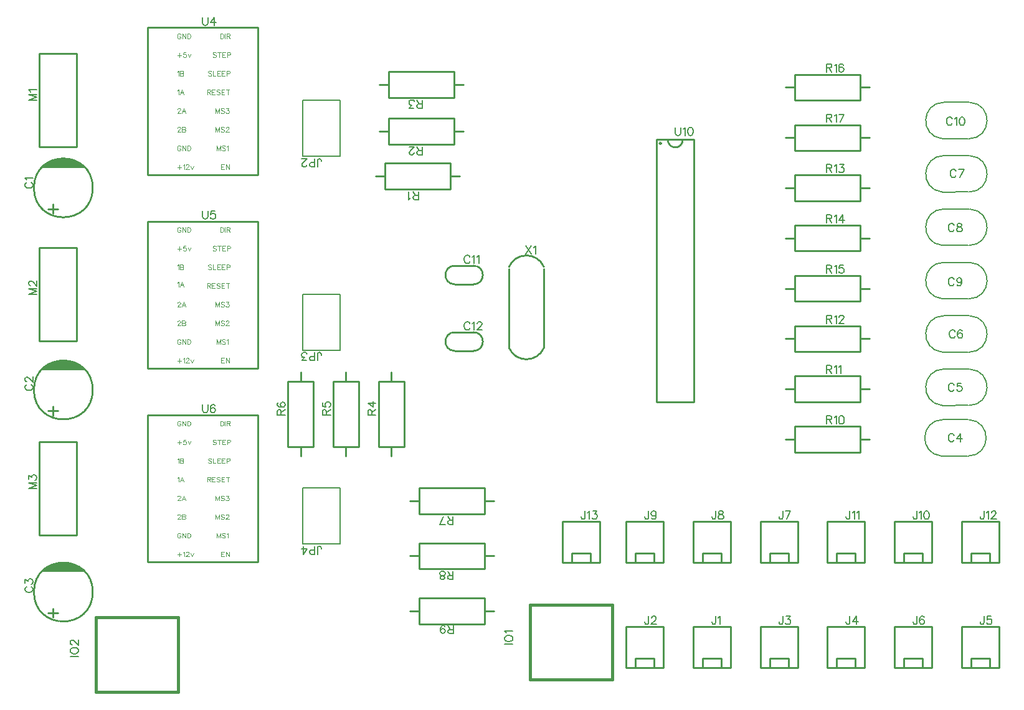
<source format=gto>
G04 Layer: TopSilkscreenLayer*
G04 EasyEDA v6.5.22, 2023-01-15 02:32:39*
G04 0bdbfba1a4ec4b7484ebadf12ba1fff0,1155796f3fab4927abb0b91c794f2a8a,10*
G04 Gerber Generator version 0.2*
G04 Scale: 100 percent, Rotated: No, Reflected: No *
G04 Dimensions in millimeters *
G04 leading zeros omitted , absolute positions ,4 integer and 5 decimal *
%FSLAX45Y45*%
%MOMM*%

%ADD10C,0.1524*%
%ADD11C,0.0800*%
%ADD12C,0.3810*%
%ADD13C,0.2540*%
%ADD14C,0.1778*%
%ADD15C,0.2032*%
%ADD16C,0.1780*%
%ADD17C,0.0199*%

%LPD*%
D10*
X7123684Y660400D02*
G01*
X7232650Y660400D01*
X7123684Y725678D02*
G01*
X7128764Y715518D01*
X7139178Y705104D01*
X7149592Y699770D01*
X7165340Y694689D01*
X7191247Y694689D01*
X7206742Y699770D01*
X7217156Y705104D01*
X7227570Y715518D01*
X7232650Y725678D01*
X7232650Y746505D01*
X7227570Y756920D01*
X7217156Y767334D01*
X7206742Y772668D01*
X7191247Y777747D01*
X7165340Y777747D01*
X7149592Y772668D01*
X7139178Y767334D01*
X7128764Y756920D01*
X7123684Y746505D01*
X7123684Y725678D01*
X7144512Y812037D02*
G01*
X7139178Y822452D01*
X7123684Y837945D01*
X7232650Y837945D01*
X1218184Y495300D02*
G01*
X1327150Y495300D01*
X1218184Y560578D02*
G01*
X1223264Y550418D01*
X1233678Y540004D01*
X1244092Y534670D01*
X1259840Y529589D01*
X1285747Y529589D01*
X1301242Y534670D01*
X1311656Y540004D01*
X1322070Y550418D01*
X1327150Y560578D01*
X1327150Y581405D01*
X1322070Y591820D01*
X1311656Y602234D01*
X1301242Y607568D01*
X1285747Y612647D01*
X1259840Y612647D01*
X1244092Y607568D01*
X1233678Y602234D01*
X1223264Y591820D01*
X1218184Y581405D01*
X1218184Y560578D01*
X1244092Y652018D02*
G01*
X1239012Y652018D01*
X1228597Y657352D01*
X1223264Y662431D01*
X1218184Y672845D01*
X1218184Y693673D01*
X1223264Y704087D01*
X1228597Y709168D01*
X1239012Y714502D01*
X1249426Y714502D01*
X1259840Y709168D01*
X1275334Y699007D01*
X1327150Y646937D01*
X1327150Y719581D01*
X627461Y6941647D02*
G01*
X617047Y6936313D01*
X606633Y6925899D01*
X601553Y6915739D01*
X601553Y6894911D01*
X606633Y6884497D01*
X617047Y6874083D01*
X627461Y6868749D01*
X643209Y6863669D01*
X669117Y6863669D01*
X684611Y6868749D01*
X695025Y6874083D01*
X705439Y6884497D01*
X710519Y6894911D01*
X710519Y6915739D01*
X705439Y6925899D01*
X695025Y6936313D01*
X684611Y6941647D01*
X622381Y6975937D02*
G01*
X617047Y6986351D01*
X601553Y7001845D01*
X710519Y7001845D01*
X627461Y4192099D02*
G01*
X617047Y4186765D01*
X606633Y4176351D01*
X601553Y4166191D01*
X601553Y4145363D01*
X606633Y4134949D01*
X617047Y4124535D01*
X627461Y4119201D01*
X643209Y4114121D01*
X669117Y4114121D01*
X684611Y4119201D01*
X695025Y4124535D01*
X705439Y4134949D01*
X710519Y4145363D01*
X710519Y4166191D01*
X705439Y4176351D01*
X695025Y4186765D01*
X684611Y4192099D01*
X627461Y4231469D02*
G01*
X622381Y4231469D01*
X611967Y4236803D01*
X606633Y4241883D01*
X601553Y4252297D01*
X601553Y4273125D01*
X606633Y4283539D01*
X611967Y4288619D01*
X622381Y4293953D01*
X632795Y4293953D01*
X643209Y4288619D01*
X658703Y4278205D01*
X710519Y4226389D01*
X710519Y4299033D01*
X627461Y1442547D02*
G01*
X617047Y1437213D01*
X606633Y1426799D01*
X601553Y1416639D01*
X601553Y1395811D01*
X606633Y1385397D01*
X617047Y1374983D01*
X627461Y1369649D01*
X643209Y1364569D01*
X669117Y1364569D01*
X684611Y1369649D01*
X695025Y1374983D01*
X705439Y1385397D01*
X710519Y1395811D01*
X710519Y1416639D01*
X705439Y1426799D01*
X695025Y1437213D01*
X684611Y1442547D01*
X601553Y1487251D02*
G01*
X601553Y1544401D01*
X643209Y1513159D01*
X643209Y1528653D01*
X648289Y1539067D01*
X653369Y1544401D01*
X669117Y1549481D01*
X679531Y1549481D01*
X695025Y1544401D01*
X705439Y1533987D01*
X710519Y1518239D01*
X710519Y1502745D01*
X705439Y1487251D01*
X700359Y1481917D01*
X689945Y1476837D01*
X13232643Y3498677D02*
G01*
X13227309Y3509091D01*
X13216895Y3519505D01*
X13206735Y3524585D01*
X13185907Y3524585D01*
X13175493Y3519505D01*
X13165079Y3509091D01*
X13159745Y3498677D01*
X13154665Y3482929D01*
X13154665Y3457021D01*
X13159745Y3441527D01*
X13165079Y3431113D01*
X13175493Y3420699D01*
X13185907Y3415619D01*
X13206735Y3415619D01*
X13216895Y3420699D01*
X13227309Y3431113D01*
X13232643Y3441527D01*
X13318749Y3524585D02*
G01*
X13266933Y3451941D01*
X13344911Y3451941D01*
X13318749Y3524585D02*
G01*
X13318749Y3415619D01*
X13232643Y4184477D02*
G01*
X13227309Y4194891D01*
X13216895Y4205305D01*
X13206735Y4210385D01*
X13185907Y4210385D01*
X13175493Y4205305D01*
X13165079Y4194891D01*
X13159745Y4184477D01*
X13154665Y4168729D01*
X13154665Y4142821D01*
X13159745Y4127327D01*
X13165079Y4116913D01*
X13175493Y4106499D01*
X13185907Y4101419D01*
X13206735Y4101419D01*
X13216895Y4106499D01*
X13227309Y4116913D01*
X13232643Y4127327D01*
X13329163Y4210385D02*
G01*
X13277347Y4210385D01*
X13272013Y4163649D01*
X13277347Y4168729D01*
X13292841Y4174063D01*
X13308335Y4174063D01*
X13324083Y4168729D01*
X13334497Y4158569D01*
X13339577Y4142821D01*
X13339577Y4132407D01*
X13334497Y4116913D01*
X13324083Y4106499D01*
X13308335Y4101419D01*
X13292841Y4101419D01*
X13277347Y4106499D01*
X13272013Y4111579D01*
X13266933Y4121993D01*
X13245343Y4908377D02*
G01*
X13240009Y4918791D01*
X13229595Y4929205D01*
X13219435Y4934285D01*
X13198607Y4934285D01*
X13188193Y4929205D01*
X13177779Y4918791D01*
X13172445Y4908377D01*
X13167365Y4892629D01*
X13167365Y4866721D01*
X13172445Y4851227D01*
X13177779Y4840813D01*
X13188193Y4830399D01*
X13198607Y4825319D01*
X13219435Y4825319D01*
X13229595Y4830399D01*
X13240009Y4840813D01*
X13245343Y4851227D01*
X13341863Y4918791D02*
G01*
X13336783Y4929205D01*
X13321035Y4934285D01*
X13310875Y4934285D01*
X13295127Y4929205D01*
X13284713Y4913457D01*
X13279633Y4887549D01*
X13279633Y4861641D01*
X13284713Y4840813D01*
X13295127Y4830399D01*
X13310875Y4825319D01*
X13315955Y4825319D01*
X13331449Y4830399D01*
X13341863Y4840813D01*
X13347197Y4856307D01*
X13347197Y4861641D01*
X13341863Y4877135D01*
X13331449Y4887549D01*
X13315955Y4892629D01*
X13310875Y4892629D01*
X13295127Y4887549D01*
X13284713Y4877135D01*
X13279633Y4861641D01*
X13258043Y7092777D02*
G01*
X13252709Y7103191D01*
X13242295Y7113605D01*
X13232135Y7118685D01*
X13211307Y7118685D01*
X13200893Y7113605D01*
X13190479Y7103191D01*
X13185145Y7092777D01*
X13180065Y7077029D01*
X13180065Y7051121D01*
X13185145Y7035627D01*
X13190479Y7025213D01*
X13200893Y7014799D01*
X13211307Y7009719D01*
X13232135Y7009719D01*
X13242295Y7014799D01*
X13252709Y7025213D01*
X13258043Y7035627D01*
X13364977Y7118685D02*
G01*
X13313161Y7009719D01*
X13292333Y7118685D02*
G01*
X13364977Y7118685D01*
X13232643Y6356177D02*
G01*
X13227309Y6366591D01*
X13216895Y6377005D01*
X13206735Y6382085D01*
X13185907Y6382085D01*
X13175493Y6377005D01*
X13165079Y6366591D01*
X13159745Y6356177D01*
X13154665Y6340429D01*
X13154665Y6314521D01*
X13159745Y6299027D01*
X13165079Y6288613D01*
X13175493Y6278199D01*
X13185907Y6273119D01*
X13206735Y6273119D01*
X13216895Y6278199D01*
X13227309Y6288613D01*
X13232643Y6299027D01*
X13292841Y6382085D02*
G01*
X13277347Y6377005D01*
X13272013Y6366591D01*
X13272013Y6356177D01*
X13277347Y6345763D01*
X13287761Y6340429D01*
X13308335Y6335349D01*
X13324083Y6330269D01*
X13334497Y6319855D01*
X13339577Y6309441D01*
X13339577Y6293693D01*
X13334497Y6283279D01*
X13329163Y6278199D01*
X13313669Y6273119D01*
X13292841Y6273119D01*
X13277347Y6278199D01*
X13272013Y6283279D01*
X13266933Y6293693D01*
X13266933Y6309441D01*
X13272013Y6319855D01*
X13282427Y6330269D01*
X13298175Y6335349D01*
X13318749Y6340429D01*
X13329163Y6345763D01*
X13334497Y6356177D01*
X13334497Y6366591D01*
X13329163Y6377005D01*
X13313669Y6382085D01*
X13292841Y6382085D01*
X13232643Y5619577D02*
G01*
X13227309Y5629991D01*
X13216895Y5640405D01*
X13206735Y5645485D01*
X13185907Y5645485D01*
X13175493Y5640405D01*
X13165079Y5629991D01*
X13159745Y5619577D01*
X13154665Y5603829D01*
X13154665Y5577921D01*
X13159745Y5562427D01*
X13165079Y5552013D01*
X13175493Y5541599D01*
X13185907Y5536519D01*
X13206735Y5536519D01*
X13216895Y5541599D01*
X13227309Y5552013D01*
X13232643Y5562427D01*
X13334497Y5609163D02*
G01*
X13329163Y5593669D01*
X13318749Y5583255D01*
X13303255Y5577921D01*
X13298175Y5577921D01*
X13282427Y5583255D01*
X13272013Y5593669D01*
X13266933Y5609163D01*
X13266933Y5614243D01*
X13272013Y5629991D01*
X13282427Y5640405D01*
X13298175Y5645485D01*
X13303255Y5645485D01*
X13318749Y5640405D01*
X13329163Y5629991D01*
X13334497Y5609163D01*
X13334497Y5583255D01*
X13329163Y5557093D01*
X13318749Y5541599D01*
X13303255Y5536519D01*
X13292841Y5536519D01*
X13277347Y5541599D01*
X13272013Y5552013D01*
X13207243Y7803977D02*
G01*
X13201909Y7814391D01*
X13191495Y7824805D01*
X13181335Y7829885D01*
X13160507Y7829885D01*
X13150093Y7824805D01*
X13139679Y7814391D01*
X13134345Y7803977D01*
X13129265Y7788229D01*
X13129265Y7762321D01*
X13134345Y7746827D01*
X13139679Y7736413D01*
X13150093Y7725999D01*
X13160507Y7720919D01*
X13181335Y7720919D01*
X13191495Y7725999D01*
X13201909Y7736413D01*
X13207243Y7746827D01*
X13241533Y7809057D02*
G01*
X13251947Y7814391D01*
X13267441Y7829885D01*
X13267441Y7720919D01*
X13332973Y7829885D02*
G01*
X13317225Y7824805D01*
X13307065Y7809057D01*
X13301731Y7783149D01*
X13301731Y7767655D01*
X13307065Y7741493D01*
X13317225Y7725999D01*
X13332973Y7720919D01*
X13343387Y7720919D01*
X13358881Y7725999D01*
X13369295Y7741493D01*
X13374375Y7767655D01*
X13374375Y7783149D01*
X13369295Y7809057D01*
X13358881Y7824805D01*
X13343387Y7829885D01*
X13332973Y7829885D01*
X6649547Y5924377D02*
G01*
X6644213Y5934791D01*
X6633799Y5945205D01*
X6623639Y5950285D01*
X6602811Y5950285D01*
X6592397Y5945205D01*
X6581983Y5934791D01*
X6576649Y5924377D01*
X6571569Y5908629D01*
X6571569Y5882721D01*
X6576649Y5867227D01*
X6581983Y5856813D01*
X6592397Y5846399D01*
X6602811Y5841319D01*
X6623639Y5841319D01*
X6633799Y5846399D01*
X6644213Y5856813D01*
X6649547Y5867227D01*
X6683837Y5929457D02*
G01*
X6694251Y5934791D01*
X6709745Y5950285D01*
X6709745Y5841319D01*
X6744035Y5929457D02*
G01*
X6754449Y5934791D01*
X6769943Y5950285D01*
X6769943Y5841319D01*
X6649547Y5018534D02*
G01*
X6644213Y5028948D01*
X6633799Y5039362D01*
X6623639Y5044442D01*
X6602811Y5044442D01*
X6592397Y5039362D01*
X6581983Y5028948D01*
X6576649Y5018534D01*
X6571569Y5002786D01*
X6571569Y4976878D01*
X6576649Y4961384D01*
X6581983Y4950970D01*
X6592397Y4940556D01*
X6602811Y4935476D01*
X6623639Y4935476D01*
X6633799Y4940556D01*
X6644213Y4950970D01*
X6649547Y4961384D01*
X6683837Y5023614D02*
G01*
X6694251Y5028948D01*
X6709745Y5044442D01*
X6709745Y4935476D01*
X6749369Y5018534D02*
G01*
X6749369Y5023614D01*
X6754449Y5034028D01*
X6759529Y5039362D01*
X6769943Y5044442D01*
X6790771Y5044442D01*
X6801185Y5039362D01*
X6806519Y5034028D01*
X6811599Y5023614D01*
X6811599Y5013200D01*
X6806519Y5002786D01*
X6796105Y4987292D01*
X6744035Y4935476D01*
X6816679Y4935476D01*
X9991090Y1038814D02*
G01*
X9991090Y955756D01*
X9985756Y940008D01*
X9980676Y934928D01*
X9970262Y929848D01*
X9959847Y929848D01*
X9949434Y934928D01*
X9944100Y940008D01*
X9939020Y955756D01*
X9939020Y966170D01*
X10025380Y1017986D02*
G01*
X10035540Y1023320D01*
X10051288Y1038814D01*
X10051288Y929848D01*
X9079230Y1038814D02*
G01*
X9079230Y955756D01*
X9073896Y940008D01*
X9068815Y934928D01*
X9058402Y929848D01*
X9047988Y929848D01*
X9037574Y934928D01*
X9032240Y940008D01*
X9027160Y955756D01*
X9027160Y966170D01*
X9118600Y1012906D02*
G01*
X9118600Y1017986D01*
X9123680Y1028400D01*
X9129014Y1033734D01*
X9139428Y1038814D01*
X9160256Y1038814D01*
X9170670Y1033734D01*
X9175750Y1028400D01*
X9180830Y1017986D01*
X9180830Y1007572D01*
X9175750Y997158D01*
X9165336Y981664D01*
X9113520Y929848D01*
X9186164Y929848D01*
X10902950Y1038814D02*
G01*
X10902950Y955756D01*
X10897615Y940008D01*
X10892536Y934928D01*
X10882122Y929848D01*
X10871708Y929848D01*
X10861294Y934928D01*
X10855960Y940008D01*
X10850880Y955756D01*
X10850880Y966170D01*
X10947400Y1038814D02*
G01*
X11004550Y1038814D01*
X10973562Y997158D01*
X10989056Y997158D01*
X10999470Y992078D01*
X11004550Y986998D01*
X11009884Y971250D01*
X11009884Y960836D01*
X11004550Y945342D01*
X10994390Y934928D01*
X10978642Y929848D01*
X10963147Y929848D01*
X10947400Y934928D01*
X10942320Y940008D01*
X10937240Y950422D01*
X11814810Y1038814D02*
G01*
X11814810Y955756D01*
X11809476Y940008D01*
X11804396Y934928D01*
X11793981Y929848D01*
X11783568Y929848D01*
X11773154Y934928D01*
X11767820Y940008D01*
X11762740Y955756D01*
X11762740Y966170D01*
X11900915Y1038814D02*
G01*
X11849100Y966170D01*
X11926824Y966170D01*
X11900915Y1038814D02*
G01*
X11900915Y929848D01*
X13638535Y1038814D02*
G01*
X13638535Y955756D01*
X13633201Y940008D01*
X13628121Y934928D01*
X13617707Y929848D01*
X13607293Y929848D01*
X13596879Y934928D01*
X13591545Y940008D01*
X13586465Y955756D01*
X13586465Y966170D01*
X13735055Y1038814D02*
G01*
X13682985Y1038814D01*
X13677905Y992078D01*
X13682985Y997158D01*
X13698733Y1002492D01*
X13714227Y1002492D01*
X13729975Y997158D01*
X13740135Y986998D01*
X13745469Y971250D01*
X13745469Y960836D01*
X13740135Y945342D01*
X13729975Y934928D01*
X13714227Y929848D01*
X13698733Y929848D01*
X13682985Y934928D01*
X13677905Y940008D01*
X13672825Y950422D01*
X12726675Y1038814D02*
G01*
X12726675Y955756D01*
X12721341Y940008D01*
X12716261Y934928D01*
X12705847Y929848D01*
X12695433Y929848D01*
X12685019Y934928D01*
X12679685Y940008D01*
X12674605Y955756D01*
X12674605Y966170D01*
X12823195Y1023320D02*
G01*
X12818115Y1033734D01*
X12802367Y1038814D01*
X12791953Y1038814D01*
X12776459Y1033734D01*
X12766045Y1017986D01*
X12760965Y992078D01*
X12760965Y966170D01*
X12766045Y945342D01*
X12776459Y934928D01*
X12791953Y929848D01*
X12797287Y929848D01*
X12812781Y934928D01*
X12823195Y945342D01*
X12828275Y960836D01*
X12828275Y966170D01*
X12823195Y981664D01*
X12812781Y992078D01*
X12797287Y997158D01*
X12791953Y997158D01*
X12776459Y992078D01*
X12766045Y981664D01*
X12760965Y966170D01*
X10902955Y2470485D02*
G01*
X10902955Y2387427D01*
X10897621Y2371679D01*
X10892541Y2366599D01*
X10882127Y2361519D01*
X10871713Y2361519D01*
X10861299Y2366599D01*
X10855965Y2371679D01*
X10850885Y2387427D01*
X10850885Y2397841D01*
X11009889Y2470485D02*
G01*
X10957819Y2361519D01*
X10937245Y2470485D02*
G01*
X11009889Y2470485D01*
X9991095Y2470485D02*
G01*
X9991095Y2387427D01*
X9985761Y2371679D01*
X9980681Y2366599D01*
X9970267Y2361519D01*
X9959853Y2361519D01*
X9949439Y2366599D01*
X9944105Y2371679D01*
X9939025Y2387427D01*
X9939025Y2397841D01*
X10051293Y2470485D02*
G01*
X10035545Y2465405D01*
X10030465Y2454991D01*
X10030465Y2444577D01*
X10035545Y2434163D01*
X10045959Y2428829D01*
X10066787Y2423749D01*
X10082535Y2418669D01*
X10092695Y2408255D01*
X10098029Y2397841D01*
X10098029Y2382093D01*
X10092695Y2371679D01*
X10087615Y2366599D01*
X10072121Y2361519D01*
X10051293Y2361519D01*
X10035545Y2366599D01*
X10030465Y2371679D01*
X10025385Y2382093D01*
X10025385Y2397841D01*
X10030465Y2408255D01*
X10040879Y2418669D01*
X10056373Y2423749D01*
X10077201Y2428829D01*
X10087615Y2434163D01*
X10092695Y2444577D01*
X10092695Y2454991D01*
X10087615Y2465405D01*
X10072121Y2470485D01*
X10051293Y2470485D01*
X9079235Y2470485D02*
G01*
X9079235Y2387427D01*
X9073901Y2371679D01*
X9068821Y2366599D01*
X9058407Y2361519D01*
X9047993Y2361519D01*
X9037579Y2366599D01*
X9032245Y2371679D01*
X9027165Y2387427D01*
X9027165Y2397841D01*
X9180835Y2434163D02*
G01*
X9175755Y2418669D01*
X9165341Y2408255D01*
X9149847Y2402921D01*
X9144513Y2402921D01*
X9129019Y2408255D01*
X9118605Y2418669D01*
X9113525Y2434163D01*
X9113525Y2439243D01*
X9118605Y2454991D01*
X9129019Y2465405D01*
X9144513Y2470485D01*
X9149847Y2470485D01*
X9165341Y2465405D01*
X9175755Y2454991D01*
X9180835Y2434163D01*
X9180835Y2408255D01*
X9175755Y2382093D01*
X9165341Y2366599D01*
X9149847Y2361519D01*
X9139433Y2361519D01*
X9123685Y2366599D01*
X9118605Y2377013D01*
X12726675Y2470485D02*
G01*
X12726675Y2387427D01*
X12721341Y2371679D01*
X12716261Y2366599D01*
X12705847Y2361519D01*
X12695433Y2361519D01*
X12685019Y2366599D01*
X12679685Y2371679D01*
X12674605Y2387427D01*
X12674605Y2397841D01*
X12760965Y2449657D02*
G01*
X12771125Y2454991D01*
X12786873Y2470485D01*
X12786873Y2361519D01*
X12852405Y2470485D02*
G01*
X12836657Y2465405D01*
X12826243Y2449657D01*
X12821163Y2423749D01*
X12821163Y2408255D01*
X12826243Y2382093D01*
X12836657Y2366599D01*
X12852405Y2361519D01*
X12862565Y2361519D01*
X12878313Y2366599D01*
X12888727Y2382093D01*
X12893807Y2408255D01*
X12893807Y2423749D01*
X12888727Y2449657D01*
X12878313Y2465405D01*
X12862565Y2470485D01*
X12852405Y2470485D01*
X11814815Y2470485D02*
G01*
X11814815Y2387427D01*
X11809481Y2371679D01*
X11804401Y2366599D01*
X11793987Y2361519D01*
X11783573Y2361519D01*
X11773159Y2366599D01*
X11767825Y2371679D01*
X11762745Y2387427D01*
X11762745Y2397841D01*
X11849105Y2449657D02*
G01*
X11859265Y2454991D01*
X11875013Y2470485D01*
X11875013Y2361519D01*
X11909303Y2449657D02*
G01*
X11919717Y2454991D01*
X11935211Y2470485D01*
X11935211Y2361519D01*
X13638535Y2470485D02*
G01*
X13638535Y2387427D01*
X13633201Y2371679D01*
X13628121Y2366599D01*
X13617707Y2361519D01*
X13607293Y2361519D01*
X13596879Y2366599D01*
X13591545Y2371679D01*
X13586465Y2387427D01*
X13586465Y2397841D01*
X13672825Y2449657D02*
G01*
X13682985Y2454991D01*
X13698733Y2470485D01*
X13698733Y2361519D01*
X13738103Y2444577D02*
G01*
X13738103Y2449657D01*
X13743437Y2460071D01*
X13748517Y2465405D01*
X13758931Y2470485D01*
X13779759Y2470485D01*
X13790173Y2465405D01*
X13795253Y2460071D01*
X13800587Y2449657D01*
X13800587Y2439243D01*
X13795253Y2428829D01*
X13784839Y2413335D01*
X13733023Y2361519D01*
X13805667Y2361519D01*
X8215635Y2470485D02*
G01*
X8215635Y2387427D01*
X8210301Y2371679D01*
X8205221Y2366599D01*
X8194807Y2361519D01*
X8184393Y2361519D01*
X8173979Y2366599D01*
X8168645Y2371679D01*
X8163565Y2387427D01*
X8163565Y2397841D01*
X8249925Y2449657D02*
G01*
X8260085Y2454991D01*
X8275833Y2470485D01*
X8275833Y2361519D01*
X8320537Y2470485D02*
G01*
X8377687Y2470485D01*
X8346445Y2428829D01*
X8361939Y2428829D01*
X8372353Y2423749D01*
X8377687Y2418669D01*
X8382767Y2402921D01*
X8382767Y2392507D01*
X8377687Y2377013D01*
X8367273Y2366599D01*
X8351525Y2361519D01*
X8336031Y2361519D01*
X8320537Y2366599D01*
X8315203Y2371679D01*
X8310123Y2382093D01*
X4576399Y7154753D02*
G01*
X4576399Y7237811D01*
X4581733Y7253559D01*
X4586813Y7258639D01*
X4597227Y7263719D01*
X4607641Y7263719D01*
X4618055Y7258639D01*
X4623389Y7253559D01*
X4628469Y7237811D01*
X4628469Y7227397D01*
X4542109Y7154753D02*
G01*
X4542109Y7263719D01*
X4542109Y7154753D02*
G01*
X4495373Y7154753D01*
X4479879Y7159833D01*
X4474799Y7165167D01*
X4469465Y7175581D01*
X4469465Y7191075D01*
X4474799Y7201489D01*
X4479879Y7206569D01*
X4495373Y7211903D01*
X4542109Y7211903D01*
X4430095Y7180661D02*
G01*
X4430095Y7175581D01*
X4424761Y7165167D01*
X4419681Y7159833D01*
X4409267Y7154753D01*
X4388439Y7154753D01*
X4378025Y7159833D01*
X4372945Y7165167D01*
X4367611Y7175581D01*
X4367611Y7185995D01*
X4372945Y7196409D01*
X4383359Y7211903D01*
X4435175Y7263719D01*
X4362531Y7263719D01*
X4576399Y4519503D02*
G01*
X4576399Y4602561D01*
X4581733Y4618309D01*
X4586813Y4623389D01*
X4597227Y4628469D01*
X4607641Y4628469D01*
X4618055Y4623389D01*
X4623389Y4618309D01*
X4628469Y4602561D01*
X4628469Y4592147D01*
X4542109Y4519503D02*
G01*
X4542109Y4628469D01*
X4542109Y4519503D02*
G01*
X4495373Y4519503D01*
X4479879Y4524583D01*
X4474799Y4529917D01*
X4469465Y4540331D01*
X4469465Y4555825D01*
X4474799Y4566239D01*
X4479879Y4571319D01*
X4495373Y4576653D01*
X4542109Y4576653D01*
X4424761Y4519503D02*
G01*
X4367611Y4519503D01*
X4398853Y4561159D01*
X4383359Y4561159D01*
X4372945Y4566239D01*
X4367611Y4571319D01*
X4362531Y4587067D01*
X4362531Y4597481D01*
X4367611Y4612975D01*
X4378025Y4623389D01*
X4393519Y4628469D01*
X4409267Y4628469D01*
X4424761Y4623389D01*
X4430095Y4618309D01*
X4435175Y4607895D01*
X4576399Y1884253D02*
G01*
X4576399Y1967311D01*
X4581733Y1983059D01*
X4586813Y1988139D01*
X4597227Y1993219D01*
X4607641Y1993219D01*
X4618055Y1988139D01*
X4623389Y1983059D01*
X4628469Y1967311D01*
X4628469Y1956897D01*
X4542109Y1884253D02*
G01*
X4542109Y1993219D01*
X4542109Y1884253D02*
G01*
X4495373Y1884253D01*
X4479879Y1889333D01*
X4474799Y1894667D01*
X4469465Y1905081D01*
X4469465Y1920575D01*
X4474799Y1930989D01*
X4479879Y1936069D01*
X4495373Y1941403D01*
X4542109Y1941403D01*
X4383359Y1884253D02*
G01*
X4435175Y1956897D01*
X4357197Y1956897D01*
X4383359Y1884253D02*
G01*
X4383359Y1993219D01*
X652353Y8057469D02*
G01*
X761319Y8057469D01*
X652353Y8057469D02*
G01*
X761319Y8099125D01*
X652353Y8140527D02*
G01*
X761319Y8099125D01*
X652353Y8140527D02*
G01*
X761319Y8140527D01*
X673181Y8174817D02*
G01*
X667847Y8185231D01*
X652353Y8200979D01*
X761319Y8200979D01*
X652353Y5415869D02*
G01*
X761319Y5415869D01*
X652353Y5415869D02*
G01*
X761319Y5457525D01*
X652353Y5498927D02*
G01*
X761319Y5457525D01*
X652353Y5498927D02*
G01*
X761319Y5498927D01*
X678261Y5538551D02*
G01*
X673181Y5538551D01*
X662767Y5543631D01*
X657433Y5548965D01*
X652353Y5559379D01*
X652353Y5579953D01*
X657433Y5590367D01*
X662767Y5595701D01*
X673181Y5600781D01*
X683595Y5600781D01*
X694009Y5595701D01*
X709503Y5585287D01*
X761319Y5533217D01*
X761319Y5606115D01*
X652353Y2774269D02*
G01*
X761319Y2774269D01*
X652353Y2774269D02*
G01*
X761319Y2815925D01*
X652353Y2857327D02*
G01*
X761319Y2815925D01*
X652353Y2857327D02*
G01*
X761319Y2857327D01*
X652353Y2902031D02*
G01*
X652353Y2959181D01*
X694009Y2927939D01*
X694009Y2943687D01*
X699089Y2954101D01*
X704169Y2959181D01*
X719917Y2964515D01*
X730331Y2964515D01*
X745825Y2959181D01*
X756239Y2948767D01*
X761319Y2933273D01*
X761319Y2917779D01*
X756239Y2902031D01*
X751159Y2896951D01*
X740745Y2891617D01*
X5949970Y6710253D02*
G01*
X5949970Y6819219D01*
X5949970Y6710253D02*
G01*
X5903234Y6710253D01*
X5887740Y6715333D01*
X5882406Y6720667D01*
X5877326Y6731081D01*
X5877326Y6741495D01*
X5882406Y6751909D01*
X5887740Y6756989D01*
X5903234Y6762069D01*
X5949970Y6762069D01*
X5913648Y6762069D02*
G01*
X5877326Y6819219D01*
X5843036Y6731081D02*
G01*
X5832622Y6725747D01*
X5816874Y6710253D01*
X5816874Y6819219D01*
X6000770Y7319853D02*
G01*
X6000770Y7428819D01*
X6000770Y7319853D02*
G01*
X5954034Y7319853D01*
X5938540Y7324933D01*
X5933206Y7330267D01*
X5928126Y7340681D01*
X5928126Y7351095D01*
X5933206Y7361509D01*
X5938540Y7366589D01*
X5954034Y7371669D01*
X6000770Y7371669D01*
X5964448Y7371669D02*
G01*
X5928126Y7428819D01*
X5888502Y7345761D02*
G01*
X5888502Y7340681D01*
X5883422Y7330267D01*
X5878088Y7324933D01*
X5867674Y7319853D01*
X5847100Y7319853D01*
X5836686Y7324933D01*
X5831352Y7330267D01*
X5826272Y7340681D01*
X5826272Y7351095D01*
X5831352Y7361509D01*
X5841766Y7377003D01*
X5893836Y7428819D01*
X5820938Y7428819D01*
X6000770Y7954853D02*
G01*
X6000770Y8063819D01*
X6000770Y7954853D02*
G01*
X5954034Y7954853D01*
X5938540Y7959933D01*
X5933206Y7965267D01*
X5928126Y7975681D01*
X5928126Y7986095D01*
X5933206Y7996509D01*
X5938540Y8001589D01*
X5954034Y8006669D01*
X6000770Y8006669D01*
X5964448Y8006669D02*
G01*
X5928126Y8063819D01*
X5883422Y7954853D02*
G01*
X5826272Y7954853D01*
X5857260Y7996509D01*
X5841766Y7996509D01*
X5831352Y8001589D01*
X5826272Y8006669D01*
X5820938Y8022417D01*
X5820938Y8032831D01*
X5826272Y8048325D01*
X5836686Y8058739D01*
X5852180Y8063819D01*
X5867674Y8063819D01*
X5883422Y8058739D01*
X5888502Y8053659D01*
X5893836Y8043245D01*
X5262453Y3776868D02*
G01*
X5371419Y3776868D01*
X5262453Y3776868D02*
G01*
X5262453Y3823604D01*
X5267533Y3839098D01*
X5272867Y3844432D01*
X5283281Y3849512D01*
X5293695Y3849512D01*
X5304109Y3844432D01*
X5309189Y3839098D01*
X5314269Y3823604D01*
X5314269Y3776868D01*
X5314269Y3813190D02*
G01*
X5371419Y3849512D01*
X5262453Y3935872D02*
G01*
X5335097Y3883802D01*
X5335097Y3961780D01*
X5262453Y3935872D02*
G01*
X5371419Y3935872D01*
X4646503Y3776868D02*
G01*
X4755469Y3776868D01*
X4646503Y3776868D02*
G01*
X4646503Y3823604D01*
X4651583Y3839098D01*
X4656917Y3844432D01*
X4667331Y3849512D01*
X4677745Y3849512D01*
X4688159Y3844432D01*
X4693239Y3839098D01*
X4698319Y3823604D01*
X4698319Y3776868D01*
X4698319Y3813190D02*
G01*
X4755469Y3849512D01*
X4646503Y3946286D02*
G01*
X4646503Y3894216D01*
X4693239Y3889136D01*
X4688159Y3894216D01*
X4682825Y3909964D01*
X4682825Y3925458D01*
X4688159Y3940952D01*
X4698319Y3951366D01*
X4714067Y3956700D01*
X4724481Y3956700D01*
X4739975Y3951366D01*
X4750389Y3940952D01*
X4755469Y3925458D01*
X4755469Y3909964D01*
X4750389Y3894216D01*
X4745309Y3889136D01*
X4734895Y3883802D01*
X4030553Y3776868D02*
G01*
X4139519Y3776868D01*
X4030553Y3776868D02*
G01*
X4030553Y3823604D01*
X4035633Y3839098D01*
X4040967Y3844432D01*
X4051381Y3849512D01*
X4061795Y3849512D01*
X4072209Y3844432D01*
X4077289Y3839098D01*
X4082369Y3823604D01*
X4082369Y3776868D01*
X4082369Y3813190D02*
G01*
X4139519Y3849512D01*
X4046047Y3946286D02*
G01*
X4035633Y3940952D01*
X4030553Y3925458D01*
X4030553Y3915044D01*
X4035633Y3899550D01*
X4051381Y3889136D01*
X4077289Y3883802D01*
X4103197Y3883802D01*
X4124025Y3889136D01*
X4134439Y3899550D01*
X4139519Y3915044D01*
X4139519Y3920378D01*
X4134439Y3935872D01*
X4124025Y3946286D01*
X4108531Y3951366D01*
X4103197Y3951366D01*
X4087703Y3946286D01*
X4077289Y3935872D01*
X4072209Y3920378D01*
X4072209Y3915044D01*
X4077289Y3899550D01*
X4087703Y3889136D01*
X4103197Y3883802D01*
X6419910Y2290663D02*
G01*
X6419910Y2399629D01*
X6419910Y2290663D02*
G01*
X6373174Y2290663D01*
X6357680Y2295743D01*
X6352346Y2301077D01*
X6347266Y2311491D01*
X6347266Y2321905D01*
X6352346Y2332319D01*
X6357680Y2337399D01*
X6373174Y2342479D01*
X6419910Y2342479D01*
X6383588Y2342479D02*
G01*
X6347266Y2399629D01*
X6240078Y2290663D02*
G01*
X6292148Y2399629D01*
X6312976Y2290663D02*
G01*
X6240078Y2290663D01*
X6419910Y1541363D02*
G01*
X6419910Y1650329D01*
X6419910Y1541363D02*
G01*
X6373174Y1541363D01*
X6357680Y1546443D01*
X6352346Y1551777D01*
X6347266Y1562191D01*
X6347266Y1572605D01*
X6352346Y1583019D01*
X6357680Y1588099D01*
X6373174Y1593179D01*
X6419910Y1593179D01*
X6383588Y1593179D02*
G01*
X6347266Y1650329D01*
X6286814Y1541363D02*
G01*
X6302562Y1546443D01*
X6307642Y1556857D01*
X6307642Y1567271D01*
X6302562Y1577685D01*
X6292148Y1583019D01*
X6271320Y1588099D01*
X6255826Y1593179D01*
X6245412Y1603593D01*
X6240078Y1614007D01*
X6240078Y1629755D01*
X6245412Y1640169D01*
X6250492Y1645249D01*
X6266240Y1650329D01*
X6286814Y1650329D01*
X6302562Y1645249D01*
X6307642Y1640169D01*
X6312976Y1629755D01*
X6312976Y1614007D01*
X6307642Y1603593D01*
X6297228Y1593179D01*
X6281734Y1588099D01*
X6260906Y1583019D01*
X6250492Y1577685D01*
X6245412Y1567271D01*
X6245412Y1556857D01*
X6250492Y1546443D01*
X6266240Y1541363D01*
X6286814Y1541363D01*
X6423665Y804753D02*
G01*
X6423665Y913719D01*
X6423665Y804753D02*
G01*
X6376929Y804753D01*
X6361435Y809833D01*
X6356101Y815167D01*
X6351021Y825581D01*
X6351021Y835995D01*
X6356101Y846409D01*
X6361435Y851489D01*
X6376929Y856569D01*
X6423665Y856569D01*
X6387343Y856569D02*
G01*
X6351021Y913719D01*
X6249167Y841075D02*
G01*
X6254247Y856569D01*
X6264661Y866983D01*
X6280155Y872317D01*
X6285489Y872317D01*
X6300983Y866983D01*
X6311397Y856569D01*
X6316731Y841075D01*
X6316731Y835995D01*
X6311397Y820247D01*
X6300983Y809833D01*
X6285489Y804753D01*
X6280155Y804753D01*
X6264661Y809833D01*
X6254247Y820247D01*
X6249167Y841075D01*
X6249167Y866983D01*
X6254247Y893145D01*
X6264661Y908639D01*
X6280155Y913719D01*
X6290569Y913719D01*
X6306317Y908639D01*
X6311397Y898225D01*
X11496614Y3765885D02*
G01*
X11496614Y3656919D01*
X11496614Y3765885D02*
G01*
X11543350Y3765885D01*
X11558844Y3760805D01*
X11564178Y3755471D01*
X11569258Y3745057D01*
X11569258Y3734643D01*
X11564178Y3724229D01*
X11558844Y3719149D01*
X11543350Y3714069D01*
X11496614Y3714069D01*
X11532936Y3714069D02*
G01*
X11569258Y3656919D01*
X11603548Y3745057D02*
G01*
X11613962Y3750391D01*
X11629710Y3765885D01*
X11629710Y3656919D01*
X11694988Y3765885D02*
G01*
X11679494Y3760805D01*
X11669080Y3745057D01*
X11664000Y3719149D01*
X11664000Y3703655D01*
X11669080Y3677493D01*
X11679494Y3661999D01*
X11694988Y3656919D01*
X11705402Y3656919D01*
X11721150Y3661999D01*
X11731564Y3677493D01*
X11736644Y3703655D01*
X11736644Y3719149D01*
X11731564Y3745057D01*
X11721150Y3760805D01*
X11705402Y3765885D01*
X11694988Y3765885D01*
X11496614Y4449871D02*
G01*
X11496614Y4340905D01*
X11496614Y4449871D02*
G01*
X11543350Y4449871D01*
X11558844Y4444791D01*
X11564178Y4439457D01*
X11569258Y4429043D01*
X11569258Y4418629D01*
X11564178Y4408215D01*
X11558844Y4403135D01*
X11543350Y4398055D01*
X11496614Y4398055D01*
X11532936Y4398055D02*
G01*
X11569258Y4340905D01*
X11603548Y4429043D02*
G01*
X11613962Y4434377D01*
X11629710Y4449871D01*
X11629710Y4340905D01*
X11664000Y4429043D02*
G01*
X11674414Y4434377D01*
X11689908Y4449871D01*
X11689908Y4340905D01*
X11496614Y5133860D02*
G01*
X11496614Y5024894D01*
X11496614Y5133860D02*
G01*
X11543350Y5133860D01*
X11558844Y5128780D01*
X11564178Y5123446D01*
X11569258Y5113032D01*
X11569258Y5102618D01*
X11564178Y5092204D01*
X11558844Y5087124D01*
X11543350Y5082044D01*
X11496614Y5082044D01*
X11532936Y5082044D02*
G01*
X11569258Y5024894D01*
X11603548Y5113032D02*
G01*
X11613962Y5118366D01*
X11629710Y5133860D01*
X11629710Y5024894D01*
X11669080Y5107952D02*
G01*
X11669080Y5113032D01*
X11674414Y5123446D01*
X11679494Y5128780D01*
X11689908Y5133860D01*
X11710736Y5133860D01*
X11721150Y5128780D01*
X11726230Y5123446D01*
X11731564Y5113032D01*
X11731564Y5102618D01*
X11726230Y5092204D01*
X11715816Y5076710D01*
X11664000Y5024894D01*
X11736644Y5024894D01*
X11496614Y7185812D02*
G01*
X11496614Y7076846D01*
X11496614Y7185812D02*
G01*
X11543350Y7185812D01*
X11558844Y7180732D01*
X11564178Y7175398D01*
X11569258Y7164984D01*
X11569258Y7154570D01*
X11564178Y7144156D01*
X11558844Y7139076D01*
X11543350Y7133996D01*
X11496614Y7133996D01*
X11532936Y7133996D02*
G01*
X11569258Y7076846D01*
X11603548Y7164984D02*
G01*
X11613962Y7170318D01*
X11629710Y7185812D01*
X11629710Y7076846D01*
X11674414Y7185812D02*
G01*
X11731564Y7185812D01*
X11700322Y7144156D01*
X11715816Y7144156D01*
X11726230Y7139076D01*
X11731564Y7133996D01*
X11736644Y7118248D01*
X11736644Y7107834D01*
X11731564Y7092340D01*
X11721150Y7081926D01*
X11705402Y7076846D01*
X11689908Y7076846D01*
X11674414Y7081926D01*
X11669080Y7087006D01*
X11664000Y7097420D01*
X11496614Y6501831D02*
G01*
X11496614Y6392865D01*
X11496614Y6501831D02*
G01*
X11543350Y6501831D01*
X11558844Y6496751D01*
X11564178Y6491417D01*
X11569258Y6481003D01*
X11569258Y6470589D01*
X11564178Y6460175D01*
X11558844Y6455095D01*
X11543350Y6450015D01*
X11496614Y6450015D01*
X11532936Y6450015D02*
G01*
X11569258Y6392865D01*
X11603548Y6481003D02*
G01*
X11613962Y6486337D01*
X11629710Y6501831D01*
X11629710Y6392865D01*
X11715816Y6501831D02*
G01*
X11664000Y6429187D01*
X11741724Y6429187D01*
X11715816Y6501831D02*
G01*
X11715816Y6392865D01*
X11496614Y5817847D02*
G01*
X11496614Y5708881D01*
X11496614Y5817847D02*
G01*
X11543350Y5817847D01*
X11558844Y5812767D01*
X11564178Y5807433D01*
X11569258Y5797019D01*
X11569258Y5786605D01*
X11564178Y5776191D01*
X11558844Y5771111D01*
X11543350Y5766031D01*
X11496614Y5766031D01*
X11532936Y5766031D02*
G01*
X11569258Y5708881D01*
X11603548Y5797019D02*
G01*
X11613962Y5802353D01*
X11629710Y5817847D01*
X11629710Y5708881D01*
X11726230Y5817847D02*
G01*
X11674414Y5817847D01*
X11669080Y5771111D01*
X11674414Y5776191D01*
X11689908Y5781525D01*
X11705402Y5781525D01*
X11721150Y5776191D01*
X11731564Y5766031D01*
X11736644Y5750283D01*
X11736644Y5739869D01*
X11731564Y5724375D01*
X11721150Y5713961D01*
X11705402Y5708881D01*
X11689908Y5708881D01*
X11674414Y5713961D01*
X11669080Y5719041D01*
X11664000Y5729455D01*
X11496614Y8553785D02*
G01*
X11496614Y8444819D01*
X11496614Y8553785D02*
G01*
X11543350Y8553785D01*
X11558844Y8548705D01*
X11564178Y8543371D01*
X11569258Y8532957D01*
X11569258Y8522543D01*
X11564178Y8512129D01*
X11558844Y8507049D01*
X11543350Y8501969D01*
X11496614Y8501969D01*
X11532936Y8501969D02*
G01*
X11569258Y8444819D01*
X11603548Y8532957D02*
G01*
X11613962Y8538291D01*
X11629710Y8553785D01*
X11629710Y8444819D01*
X11726230Y8538291D02*
G01*
X11721150Y8548705D01*
X11705402Y8553785D01*
X11694988Y8553785D01*
X11679494Y8548705D01*
X11669080Y8532957D01*
X11664000Y8507049D01*
X11664000Y8481141D01*
X11669080Y8460313D01*
X11679494Y8449899D01*
X11694988Y8444819D01*
X11700322Y8444819D01*
X11715816Y8449899D01*
X11726230Y8460313D01*
X11731564Y8475807D01*
X11731564Y8481141D01*
X11726230Y8496635D01*
X11715816Y8507049D01*
X11700322Y8512129D01*
X11694988Y8512129D01*
X11679494Y8507049D01*
X11669080Y8496635D01*
X11664000Y8481141D01*
X11496614Y7869798D02*
G01*
X11496614Y7760832D01*
X11496614Y7869798D02*
G01*
X11543350Y7869798D01*
X11558844Y7864718D01*
X11564178Y7859384D01*
X11569258Y7848970D01*
X11569258Y7838556D01*
X11564178Y7828142D01*
X11558844Y7823062D01*
X11543350Y7817982D01*
X11496614Y7817982D01*
X11532936Y7817982D02*
G01*
X11569258Y7760832D01*
X11603548Y7848970D02*
G01*
X11613962Y7854304D01*
X11629710Y7869798D01*
X11629710Y7760832D01*
X11736644Y7869798D02*
G01*
X11684574Y7760832D01*
X11664000Y7869798D02*
G01*
X11736644Y7869798D01*
X3015569Y9188785D02*
G01*
X3015569Y9110807D01*
X3020649Y9095313D01*
X3031063Y9084899D01*
X3046811Y9079819D01*
X3057225Y9079819D01*
X3072719Y9084899D01*
X3083133Y9095313D01*
X3088213Y9110807D01*
X3088213Y9188785D01*
X3174573Y9188785D02*
G01*
X3122503Y9116141D01*
X3200481Y9116141D01*
X3174573Y9188785D02*
G01*
X3174573Y9079819D01*
D11*
X2701193Y7178857D02*
G01*
X2701193Y7121453D01*
X2672745Y7150155D02*
G01*
X2729895Y7150155D01*
X2750977Y7175555D02*
G01*
X2757327Y7178857D01*
X2766725Y7188255D01*
X2766725Y7121453D01*
X2791109Y7172507D02*
G01*
X2791109Y7175555D01*
X2794157Y7181905D01*
X2797459Y7185207D01*
X2803809Y7188255D01*
X2816509Y7188255D01*
X2822859Y7185207D01*
X2825907Y7181905D01*
X2829209Y7175555D01*
X2829209Y7169205D01*
X2825907Y7162855D01*
X2819557Y7153203D01*
X2787807Y7121453D01*
X2832511Y7121453D01*
X2853339Y7166157D02*
G01*
X2872389Y7121453D01*
X2891693Y7166157D02*
G01*
X2872389Y7121453D01*
X2720497Y8950507D02*
G01*
X2717195Y8956857D01*
X2710845Y8963207D01*
X2704495Y8966255D01*
X2691795Y8966255D01*
X2685445Y8963207D01*
X2679095Y8956857D01*
X2675793Y8950507D01*
X2672745Y8940855D01*
X2672745Y8924853D01*
X2675793Y8915455D01*
X2679095Y8909105D01*
X2685445Y8902755D01*
X2691795Y8899453D01*
X2704495Y8899453D01*
X2710845Y8902755D01*
X2717195Y8909105D01*
X2720497Y8915455D01*
X2720497Y8924853D01*
X2704495Y8924853D02*
G01*
X2720497Y8924853D01*
X2741325Y8966255D02*
G01*
X2741325Y8899453D01*
X2741325Y8966255D02*
G01*
X2786029Y8899453D01*
X2786029Y8966255D02*
G01*
X2786029Y8899453D01*
X2806857Y8966255D02*
G01*
X2806857Y8899453D01*
X2806857Y8966255D02*
G01*
X2829209Y8966255D01*
X2838861Y8963207D01*
X2845211Y8956857D01*
X2848259Y8950507D01*
X2851561Y8940855D01*
X2851561Y8924853D01*
X2848259Y8915455D01*
X2845211Y8909105D01*
X2838861Y8902755D01*
X2829209Y8899453D01*
X2806857Y8899453D01*
X2672745Y8445555D02*
G01*
X2679095Y8448857D01*
X2688493Y8458255D01*
X2688493Y8391453D01*
X2709575Y8458255D02*
G01*
X2709575Y8391453D01*
X2709575Y8458255D02*
G01*
X2738277Y8458255D01*
X2747675Y8455207D01*
X2750977Y8451905D01*
X2754025Y8445555D01*
X2754025Y8439205D01*
X2750977Y8432855D01*
X2747675Y8429553D01*
X2738277Y8426505D01*
X2709575Y8426505D02*
G01*
X2738277Y8426505D01*
X2747675Y8423203D01*
X2750977Y8420155D01*
X2754025Y8413805D01*
X2754025Y8404153D01*
X2750977Y8397803D01*
X2747675Y8394755D01*
X2738277Y8391453D01*
X2709575Y8391453D01*
X2672745Y8191555D02*
G01*
X2679095Y8194857D01*
X2688493Y8204255D01*
X2688493Y8137453D01*
X2734975Y8204255D02*
G01*
X2709575Y8137453D01*
X2734975Y8204255D02*
G01*
X2760375Y8137453D01*
X2719227Y8159805D02*
G01*
X2750977Y8159805D01*
X2675793Y7934507D02*
G01*
X2675793Y7937555D01*
X2679095Y7943905D01*
X2682143Y7947207D01*
X2688493Y7950255D01*
X2701193Y7950255D01*
X2707543Y7947207D01*
X2710845Y7943905D01*
X2714147Y7937555D01*
X2714147Y7931205D01*
X2710845Y7924855D01*
X2704495Y7915203D01*
X2672745Y7883453D01*
X2717195Y7883453D01*
X2763677Y7950255D02*
G01*
X2738277Y7883453D01*
X2763677Y7950255D02*
G01*
X2789077Y7883453D01*
X2747675Y7905805D02*
G01*
X2779679Y7905805D01*
X2675793Y7680507D02*
G01*
X2675793Y7683555D01*
X2679095Y7689905D01*
X2682143Y7693207D01*
X2688493Y7696255D01*
X2701193Y7696255D01*
X2707543Y7693207D01*
X2710845Y7689905D01*
X2714147Y7683555D01*
X2714147Y7677205D01*
X2710845Y7670855D01*
X2704495Y7661203D01*
X2672745Y7629453D01*
X2717195Y7629453D01*
X2738277Y7696255D02*
G01*
X2738277Y7629453D01*
X2738277Y7696255D02*
G01*
X2766725Y7696255D01*
X2776377Y7693207D01*
X2779679Y7689905D01*
X2782727Y7683555D01*
X2782727Y7677205D01*
X2779679Y7670855D01*
X2776377Y7667553D01*
X2766725Y7664505D01*
X2738277Y7664505D02*
G01*
X2766725Y7664505D01*
X2776377Y7661203D01*
X2779679Y7658155D01*
X2782727Y7651805D01*
X2782727Y7642153D01*
X2779679Y7635803D01*
X2776377Y7632755D01*
X2766725Y7629453D01*
X2738277Y7629453D01*
X2720497Y7426507D02*
G01*
X2717195Y7432857D01*
X2710845Y7439207D01*
X2704495Y7442255D01*
X2691795Y7442255D01*
X2685445Y7439207D01*
X2679095Y7432857D01*
X2675793Y7426507D01*
X2672745Y7416855D01*
X2672745Y7400853D01*
X2675793Y7391455D01*
X2679095Y7385105D01*
X2685445Y7378755D01*
X2691795Y7375453D01*
X2704495Y7375453D01*
X2710845Y7378755D01*
X2717195Y7385105D01*
X2720497Y7391455D01*
X2720497Y7400853D01*
X2704495Y7400853D02*
G01*
X2720497Y7400853D01*
X2741325Y7442255D02*
G01*
X2741325Y7375453D01*
X2741325Y7442255D02*
G01*
X2786029Y7375453D01*
X2786029Y7442255D02*
G01*
X2786029Y7375453D01*
X2806857Y7442255D02*
G01*
X2806857Y7375453D01*
X2806857Y7442255D02*
G01*
X2829209Y7442255D01*
X2838861Y7439207D01*
X2845211Y7432857D01*
X2848259Y7426507D01*
X2851561Y7416855D01*
X2851561Y7400853D01*
X2848259Y7391455D01*
X2845211Y7385105D01*
X2838861Y7378755D01*
X2829209Y7375453D01*
X2806857Y7375453D01*
X2701193Y8702857D02*
G01*
X2701193Y8645453D01*
X2672745Y8674155D02*
G01*
X2729895Y8674155D01*
X2789077Y8712255D02*
G01*
X2757327Y8712255D01*
X2754025Y8683807D01*
X2757327Y8686855D01*
X2766725Y8690157D01*
X2776377Y8690157D01*
X2786029Y8686855D01*
X2792379Y8680505D01*
X2795427Y8670853D01*
X2795427Y8664503D01*
X2792379Y8655105D01*
X2786029Y8648755D01*
X2776377Y8645453D01*
X2766725Y8645453D01*
X2757327Y8648755D01*
X2754025Y8651803D01*
X2750977Y8658153D01*
X2816509Y8690157D02*
G01*
X2835559Y8645453D01*
X2854609Y8690157D02*
G01*
X2835559Y8645453D01*
X3256869Y8966281D02*
G01*
X3256869Y8899479D01*
X3256869Y8966281D02*
G01*
X3279221Y8966281D01*
X3288619Y8963233D01*
X3294969Y8956883D01*
X3298271Y8950279D01*
X3301319Y8940881D01*
X3301319Y8924879D01*
X3298271Y8915481D01*
X3294969Y8909131D01*
X3288619Y8902781D01*
X3279221Y8899479D01*
X3256869Y8899479D01*
X3322401Y8966281D02*
G01*
X3322401Y8899479D01*
X3343483Y8966281D02*
G01*
X3343483Y8899479D01*
X3343483Y8966281D02*
G01*
X3371931Y8966281D01*
X3381583Y8963233D01*
X3384885Y8959931D01*
X3387933Y8953581D01*
X3387933Y8947231D01*
X3384885Y8940881D01*
X3381583Y8937579D01*
X3371931Y8934531D01*
X3343483Y8934531D01*
X3365581Y8934531D02*
G01*
X3387933Y8899479D01*
X3199719Y8702883D02*
G01*
X3193369Y8709233D01*
X3183971Y8712281D01*
X3171271Y8712281D01*
X3161619Y8709233D01*
X3155269Y8702883D01*
X3155269Y8696279D01*
X3158571Y8689929D01*
X3161619Y8686881D01*
X3167969Y8683579D01*
X3187019Y8677229D01*
X3193369Y8674181D01*
X3196671Y8670879D01*
X3199719Y8664529D01*
X3199719Y8655131D01*
X3193369Y8648781D01*
X3183971Y8645479D01*
X3171271Y8645479D01*
X3161619Y8648781D01*
X3155269Y8655131D01*
X3243153Y8712281D02*
G01*
X3243153Y8645479D01*
X3220801Y8712281D02*
G01*
X3265251Y8712281D01*
X3286333Y8712281D02*
G01*
X3286333Y8645479D01*
X3286333Y8712281D02*
G01*
X3327735Y8712281D01*
X3286333Y8680531D02*
G01*
X3311733Y8680531D01*
X3286333Y8645479D02*
G01*
X3327735Y8645479D01*
X3348817Y8712281D02*
G01*
X3348817Y8645479D01*
X3348817Y8712281D02*
G01*
X3377265Y8712281D01*
X3386917Y8709233D01*
X3389965Y8705931D01*
X3393267Y8699581D01*
X3393267Y8689929D01*
X3389965Y8683579D01*
X3386917Y8680531D01*
X3377265Y8677229D01*
X3348817Y8677229D01*
X3136219Y8448883D02*
G01*
X3129869Y8455233D01*
X3120471Y8458281D01*
X3107771Y8458281D01*
X3098119Y8455233D01*
X3091769Y8448883D01*
X3091769Y8442279D01*
X3095071Y8435929D01*
X3098119Y8432881D01*
X3104469Y8429579D01*
X3123519Y8423229D01*
X3129869Y8420181D01*
X3133171Y8416879D01*
X3136219Y8410529D01*
X3136219Y8401131D01*
X3129869Y8394781D01*
X3120471Y8391479D01*
X3107771Y8391479D01*
X3098119Y8394781D01*
X3091769Y8401131D01*
X3157301Y8458281D02*
G01*
X3157301Y8391479D01*
X3157301Y8391479D02*
G01*
X3195401Y8391479D01*
X3216483Y8458281D02*
G01*
X3216483Y8391479D01*
X3216483Y8458281D02*
G01*
X3257885Y8458281D01*
X3216483Y8426531D02*
G01*
X3241883Y8426531D01*
X3216483Y8391479D02*
G01*
X3257885Y8391479D01*
X3278967Y8458281D02*
G01*
X3278967Y8391479D01*
X3278967Y8458281D02*
G01*
X3320115Y8458281D01*
X3278967Y8426531D02*
G01*
X3304367Y8426531D01*
X3278967Y8391479D02*
G01*
X3320115Y8391479D01*
X3341197Y8458281D02*
G01*
X3341197Y8391479D01*
X3341197Y8458281D02*
G01*
X3369899Y8458281D01*
X3379297Y8455233D01*
X3382599Y8451931D01*
X3385647Y8445581D01*
X3385647Y8435929D01*
X3382599Y8429579D01*
X3379297Y8426531D01*
X3369899Y8423229D01*
X3341197Y8423229D01*
X3079069Y8204281D02*
G01*
X3079069Y8137479D01*
X3079069Y8204281D02*
G01*
X3107771Y8204281D01*
X3117169Y8201233D01*
X3120471Y8197931D01*
X3123519Y8191581D01*
X3123519Y8185231D01*
X3120471Y8178881D01*
X3117169Y8175579D01*
X3107771Y8172531D01*
X3079069Y8172531D01*
X3101421Y8172531D02*
G01*
X3123519Y8137479D01*
X3144601Y8204281D02*
G01*
X3144601Y8137479D01*
X3144601Y8204281D02*
G01*
X3186003Y8204281D01*
X3144601Y8172531D02*
G01*
X3170001Y8172531D01*
X3144601Y8137479D02*
G01*
X3186003Y8137479D01*
X3251535Y8194883D02*
G01*
X3245185Y8201233D01*
X3235533Y8204281D01*
X3222833Y8204281D01*
X3213435Y8201233D01*
X3207085Y8194883D01*
X3207085Y8188279D01*
X3210133Y8181929D01*
X3213435Y8178881D01*
X3219785Y8175579D01*
X3238835Y8169229D01*
X3245185Y8166181D01*
X3248233Y8162879D01*
X3251535Y8156529D01*
X3251535Y8147131D01*
X3245185Y8140781D01*
X3235533Y8137479D01*
X3222833Y8137479D01*
X3213435Y8140781D01*
X3207085Y8147131D01*
X3272617Y8204281D02*
G01*
X3272617Y8137479D01*
X3272617Y8204281D02*
G01*
X3313765Y8204281D01*
X3272617Y8172531D02*
G01*
X3298017Y8172531D01*
X3272617Y8137479D02*
G01*
X3313765Y8137479D01*
X3357199Y8204281D02*
G01*
X3357199Y8137479D01*
X3334847Y8204281D02*
G01*
X3379551Y8204281D01*
X3193369Y7950281D02*
G01*
X3193369Y7883479D01*
X3193369Y7950281D02*
G01*
X3218769Y7883479D01*
X3244169Y7950281D02*
G01*
X3218769Y7883479D01*
X3244169Y7950281D02*
G01*
X3244169Y7883479D01*
X3309701Y7940883D02*
G01*
X3303351Y7947233D01*
X3293953Y7950281D01*
X3281253Y7950281D01*
X3271601Y7947233D01*
X3265251Y7940883D01*
X3265251Y7934279D01*
X3268553Y7927929D01*
X3271601Y7924881D01*
X3277951Y7921579D01*
X3297001Y7915229D01*
X3303351Y7912181D01*
X3306653Y7908879D01*
X3309701Y7902529D01*
X3309701Y7893131D01*
X3303351Y7886781D01*
X3293953Y7883479D01*
X3281253Y7883479D01*
X3271601Y7886781D01*
X3265251Y7893131D01*
X3337133Y7950281D02*
G01*
X3372185Y7950281D01*
X3353135Y7924881D01*
X3362533Y7924881D01*
X3368883Y7921579D01*
X3372185Y7918531D01*
X3375487Y7908879D01*
X3375487Y7902529D01*
X3372185Y7893131D01*
X3365835Y7886781D01*
X3356183Y7883479D01*
X3346785Y7883479D01*
X3337133Y7886781D01*
X3334085Y7889829D01*
X3330783Y7896179D01*
X3193369Y7696281D02*
G01*
X3193369Y7629479D01*
X3193369Y7696281D02*
G01*
X3218769Y7629479D01*
X3244169Y7696281D02*
G01*
X3218769Y7629479D01*
X3244169Y7696281D02*
G01*
X3244169Y7629479D01*
X3309701Y7686883D02*
G01*
X3303351Y7693233D01*
X3293953Y7696281D01*
X3281253Y7696281D01*
X3271601Y7693233D01*
X3265251Y7686883D01*
X3265251Y7680279D01*
X3268553Y7673929D01*
X3271601Y7670881D01*
X3277951Y7667579D01*
X3297001Y7661229D01*
X3303351Y7658181D01*
X3306653Y7654879D01*
X3309701Y7648529D01*
X3309701Y7639131D01*
X3303351Y7632781D01*
X3293953Y7629479D01*
X3281253Y7629479D01*
X3271601Y7632781D01*
X3265251Y7639131D01*
X3334085Y7680279D02*
G01*
X3334085Y7683581D01*
X3337133Y7689931D01*
X3340435Y7693233D01*
X3346785Y7696281D01*
X3359485Y7696281D01*
X3365835Y7693233D01*
X3368883Y7689931D01*
X3372185Y7683581D01*
X3372185Y7677231D01*
X3368883Y7670881D01*
X3362533Y7661229D01*
X3330783Y7629479D01*
X3375487Y7629479D01*
X3206069Y7442281D02*
G01*
X3206069Y7375479D01*
X3206069Y7442281D02*
G01*
X3231469Y7375479D01*
X3256869Y7442281D02*
G01*
X3231469Y7375479D01*
X3256869Y7442281D02*
G01*
X3256869Y7375479D01*
X3322401Y7432883D02*
G01*
X3316051Y7439233D01*
X3306653Y7442281D01*
X3293953Y7442281D01*
X3284301Y7439233D01*
X3277951Y7432883D01*
X3277951Y7426279D01*
X3281253Y7419929D01*
X3284301Y7416881D01*
X3290651Y7413579D01*
X3309701Y7407229D01*
X3316051Y7404181D01*
X3319353Y7400879D01*
X3322401Y7394529D01*
X3322401Y7385131D01*
X3316051Y7378781D01*
X3306653Y7375479D01*
X3293953Y7375479D01*
X3284301Y7378781D01*
X3277951Y7385131D01*
X3343483Y7429581D02*
G01*
X3349833Y7432883D01*
X3359485Y7442281D01*
X3359485Y7375479D01*
X3269569Y7188281D02*
G01*
X3269569Y7121479D01*
X3269569Y7188281D02*
G01*
X3310971Y7188281D01*
X3269569Y7156531D02*
G01*
X3294969Y7156531D01*
X3269569Y7121479D02*
G01*
X3310971Y7121479D01*
X3332053Y7188281D02*
G01*
X3332053Y7121479D01*
X3332053Y7188281D02*
G01*
X3376503Y7121479D01*
X3376503Y7188281D02*
G01*
X3376503Y7121479D01*
D10*
X3015569Y6553535D02*
G01*
X3015569Y6475557D01*
X3020649Y6460063D01*
X3031063Y6449649D01*
X3046811Y6444569D01*
X3057225Y6444569D01*
X3072719Y6449649D01*
X3083133Y6460063D01*
X3088213Y6475557D01*
X3088213Y6553535D01*
X3184987Y6553535D02*
G01*
X3132917Y6553535D01*
X3127837Y6506799D01*
X3132917Y6511879D01*
X3148665Y6517213D01*
X3164159Y6517213D01*
X3179653Y6511879D01*
X3190067Y6501719D01*
X3195401Y6485971D01*
X3195401Y6475557D01*
X3190067Y6460063D01*
X3179653Y6449649D01*
X3164159Y6444569D01*
X3148665Y6444569D01*
X3132917Y6449649D01*
X3127837Y6454729D01*
X3122503Y6465143D01*
D11*
X2701193Y4543607D02*
G01*
X2701193Y4486203D01*
X2672745Y4514905D02*
G01*
X2729895Y4514905D01*
X2750977Y4540305D02*
G01*
X2757327Y4543607D01*
X2766725Y4553005D01*
X2766725Y4486203D01*
X2791109Y4537257D02*
G01*
X2791109Y4540305D01*
X2794157Y4546655D01*
X2797459Y4549957D01*
X2803809Y4553005D01*
X2816509Y4553005D01*
X2822859Y4549957D01*
X2825907Y4546655D01*
X2829209Y4540305D01*
X2829209Y4533955D01*
X2825907Y4527605D01*
X2819557Y4517953D01*
X2787807Y4486203D01*
X2832511Y4486203D01*
X2853339Y4530907D02*
G01*
X2872389Y4486203D01*
X2891693Y4530907D02*
G01*
X2872389Y4486203D01*
X2720497Y6315257D02*
G01*
X2717195Y6321607D01*
X2710845Y6327957D01*
X2704495Y6331005D01*
X2691795Y6331005D01*
X2685445Y6327957D01*
X2679095Y6321607D01*
X2675793Y6315257D01*
X2672745Y6305605D01*
X2672745Y6289603D01*
X2675793Y6280205D01*
X2679095Y6273855D01*
X2685445Y6267505D01*
X2691795Y6264203D01*
X2704495Y6264203D01*
X2710845Y6267505D01*
X2717195Y6273855D01*
X2720497Y6280205D01*
X2720497Y6289603D01*
X2704495Y6289603D02*
G01*
X2720497Y6289603D01*
X2741325Y6331005D02*
G01*
X2741325Y6264203D01*
X2741325Y6331005D02*
G01*
X2786029Y6264203D01*
X2786029Y6331005D02*
G01*
X2786029Y6264203D01*
X2806857Y6331005D02*
G01*
X2806857Y6264203D01*
X2806857Y6331005D02*
G01*
X2829209Y6331005D01*
X2838861Y6327957D01*
X2845211Y6321607D01*
X2848259Y6315257D01*
X2851561Y6305605D01*
X2851561Y6289603D01*
X2848259Y6280205D01*
X2845211Y6273855D01*
X2838861Y6267505D01*
X2829209Y6264203D01*
X2806857Y6264203D01*
X2672745Y5810305D02*
G01*
X2679095Y5813607D01*
X2688493Y5823005D01*
X2688493Y5756203D01*
X2709575Y5823005D02*
G01*
X2709575Y5756203D01*
X2709575Y5823005D02*
G01*
X2738277Y5823005D01*
X2747675Y5819957D01*
X2750977Y5816655D01*
X2754025Y5810305D01*
X2754025Y5803955D01*
X2750977Y5797605D01*
X2747675Y5794303D01*
X2738277Y5791255D01*
X2709575Y5791255D02*
G01*
X2738277Y5791255D01*
X2747675Y5787953D01*
X2750977Y5784905D01*
X2754025Y5778555D01*
X2754025Y5768903D01*
X2750977Y5762553D01*
X2747675Y5759505D01*
X2738277Y5756203D01*
X2709575Y5756203D01*
X2672745Y5575355D02*
G01*
X2679095Y5578657D01*
X2688493Y5588055D01*
X2688493Y5521253D01*
X2734975Y5588055D02*
G01*
X2709575Y5521253D01*
X2734975Y5588055D02*
G01*
X2760375Y5521253D01*
X2719227Y5543605D02*
G01*
X2750977Y5543605D01*
X2675793Y5299257D02*
G01*
X2675793Y5302305D01*
X2679095Y5308655D01*
X2682143Y5311957D01*
X2688493Y5315005D01*
X2701193Y5315005D01*
X2707543Y5311957D01*
X2710845Y5308655D01*
X2714147Y5302305D01*
X2714147Y5295955D01*
X2710845Y5289605D01*
X2704495Y5279953D01*
X2672745Y5248203D01*
X2717195Y5248203D01*
X2763677Y5315005D02*
G01*
X2738277Y5248203D01*
X2763677Y5315005D02*
G01*
X2789077Y5248203D01*
X2747675Y5270555D02*
G01*
X2779679Y5270555D01*
X2675793Y5045257D02*
G01*
X2675793Y5048305D01*
X2679095Y5054655D01*
X2682143Y5057957D01*
X2688493Y5061005D01*
X2701193Y5061005D01*
X2707543Y5057957D01*
X2710845Y5054655D01*
X2714147Y5048305D01*
X2714147Y5041955D01*
X2710845Y5035605D01*
X2704495Y5025953D01*
X2672745Y4994203D01*
X2717195Y4994203D01*
X2738277Y5061005D02*
G01*
X2738277Y4994203D01*
X2738277Y5061005D02*
G01*
X2766725Y5061005D01*
X2776377Y5057957D01*
X2779679Y5054655D01*
X2782727Y5048305D01*
X2782727Y5041955D01*
X2779679Y5035605D01*
X2776377Y5032303D01*
X2766725Y5029255D01*
X2738277Y5029255D02*
G01*
X2766725Y5029255D01*
X2776377Y5025953D01*
X2779679Y5022905D01*
X2782727Y5016555D01*
X2782727Y5006903D01*
X2779679Y5000553D01*
X2776377Y4997505D01*
X2766725Y4994203D01*
X2738277Y4994203D01*
X2720497Y4791257D02*
G01*
X2717195Y4797607D01*
X2710845Y4803957D01*
X2704495Y4807005D01*
X2691795Y4807005D01*
X2685445Y4803957D01*
X2679095Y4797607D01*
X2675793Y4791257D01*
X2672745Y4781605D01*
X2672745Y4765603D01*
X2675793Y4756205D01*
X2679095Y4749855D01*
X2685445Y4743505D01*
X2691795Y4740203D01*
X2704495Y4740203D01*
X2710845Y4743505D01*
X2717195Y4749855D01*
X2720497Y4756205D01*
X2720497Y4765603D01*
X2704495Y4765603D02*
G01*
X2720497Y4765603D01*
X2741325Y4807005D02*
G01*
X2741325Y4740203D01*
X2741325Y4807005D02*
G01*
X2786029Y4740203D01*
X2786029Y4807005D02*
G01*
X2786029Y4740203D01*
X2806857Y4807005D02*
G01*
X2806857Y4740203D01*
X2806857Y4807005D02*
G01*
X2829209Y4807005D01*
X2838861Y4803957D01*
X2845211Y4797607D01*
X2848259Y4791257D01*
X2851561Y4781605D01*
X2851561Y4765603D01*
X2848259Y4756205D01*
X2845211Y4749855D01*
X2838861Y4743505D01*
X2829209Y4740203D01*
X2806857Y4740203D01*
X2701193Y6067607D02*
G01*
X2701193Y6010203D01*
X2672745Y6038905D02*
G01*
X2729895Y6038905D01*
X2789077Y6077005D02*
G01*
X2757327Y6077005D01*
X2754025Y6048557D01*
X2757327Y6051605D01*
X2766725Y6054907D01*
X2776377Y6054907D01*
X2786029Y6051605D01*
X2792379Y6045255D01*
X2795427Y6035603D01*
X2795427Y6029253D01*
X2792379Y6019855D01*
X2786029Y6013505D01*
X2776377Y6010203D01*
X2766725Y6010203D01*
X2757327Y6013505D01*
X2754025Y6016553D01*
X2750977Y6022903D01*
X2816509Y6054907D02*
G01*
X2835559Y6010203D01*
X2854609Y6054907D02*
G01*
X2835559Y6010203D01*
X3256869Y6331031D02*
G01*
X3256869Y6264229D01*
X3256869Y6331031D02*
G01*
X3279221Y6331031D01*
X3288619Y6327983D01*
X3294969Y6321633D01*
X3298271Y6315029D01*
X3301319Y6305631D01*
X3301319Y6289629D01*
X3298271Y6280231D01*
X3294969Y6273881D01*
X3288619Y6267531D01*
X3279221Y6264229D01*
X3256869Y6264229D01*
X3322401Y6331031D02*
G01*
X3322401Y6264229D01*
X3343483Y6331031D02*
G01*
X3343483Y6264229D01*
X3343483Y6331031D02*
G01*
X3371931Y6331031D01*
X3381583Y6327983D01*
X3384885Y6324681D01*
X3387933Y6318331D01*
X3387933Y6311981D01*
X3384885Y6305631D01*
X3381583Y6302329D01*
X3371931Y6299281D01*
X3343483Y6299281D01*
X3365581Y6299281D02*
G01*
X3387933Y6264229D01*
X3199719Y6067633D02*
G01*
X3193369Y6073983D01*
X3183971Y6077031D01*
X3171271Y6077031D01*
X3161619Y6073983D01*
X3155269Y6067633D01*
X3155269Y6061029D01*
X3158571Y6054679D01*
X3161619Y6051631D01*
X3167969Y6048329D01*
X3187019Y6041979D01*
X3193369Y6038931D01*
X3196671Y6035629D01*
X3199719Y6029279D01*
X3199719Y6019881D01*
X3193369Y6013531D01*
X3183971Y6010229D01*
X3171271Y6010229D01*
X3161619Y6013531D01*
X3155269Y6019881D01*
X3243153Y6077031D02*
G01*
X3243153Y6010229D01*
X3220801Y6077031D02*
G01*
X3265251Y6077031D01*
X3286333Y6077031D02*
G01*
X3286333Y6010229D01*
X3286333Y6077031D02*
G01*
X3327735Y6077031D01*
X3286333Y6045281D02*
G01*
X3311733Y6045281D01*
X3286333Y6010229D02*
G01*
X3327735Y6010229D01*
X3348817Y6077031D02*
G01*
X3348817Y6010229D01*
X3348817Y6077031D02*
G01*
X3377265Y6077031D01*
X3386917Y6073983D01*
X3389965Y6070681D01*
X3393267Y6064331D01*
X3393267Y6054679D01*
X3389965Y6048329D01*
X3386917Y6045281D01*
X3377265Y6041979D01*
X3348817Y6041979D01*
X3136219Y5813633D02*
G01*
X3129869Y5819983D01*
X3120471Y5823031D01*
X3107771Y5823031D01*
X3098119Y5819983D01*
X3091769Y5813633D01*
X3091769Y5807029D01*
X3095071Y5800679D01*
X3098119Y5797631D01*
X3104469Y5794329D01*
X3123519Y5787979D01*
X3129869Y5784931D01*
X3133171Y5781629D01*
X3136219Y5775279D01*
X3136219Y5765881D01*
X3129869Y5759531D01*
X3120471Y5756229D01*
X3107771Y5756229D01*
X3098119Y5759531D01*
X3091769Y5765881D01*
X3157301Y5823031D02*
G01*
X3157301Y5756229D01*
X3157301Y5756229D02*
G01*
X3195401Y5756229D01*
X3216483Y5823031D02*
G01*
X3216483Y5756229D01*
X3216483Y5823031D02*
G01*
X3257885Y5823031D01*
X3216483Y5791281D02*
G01*
X3241883Y5791281D01*
X3216483Y5756229D02*
G01*
X3257885Y5756229D01*
X3278967Y5823031D02*
G01*
X3278967Y5756229D01*
X3278967Y5823031D02*
G01*
X3320115Y5823031D01*
X3278967Y5791281D02*
G01*
X3304367Y5791281D01*
X3278967Y5756229D02*
G01*
X3320115Y5756229D01*
X3341197Y5823031D02*
G01*
X3341197Y5756229D01*
X3341197Y5823031D02*
G01*
X3369899Y5823031D01*
X3379297Y5819983D01*
X3382599Y5816681D01*
X3385647Y5810331D01*
X3385647Y5800679D01*
X3382599Y5794329D01*
X3379297Y5791281D01*
X3369899Y5787979D01*
X3341197Y5787979D01*
X3079069Y5569031D02*
G01*
X3079069Y5502229D01*
X3079069Y5569031D02*
G01*
X3107771Y5569031D01*
X3117169Y5565983D01*
X3120471Y5562681D01*
X3123519Y5556331D01*
X3123519Y5549981D01*
X3120471Y5543631D01*
X3117169Y5540329D01*
X3107771Y5537281D01*
X3079069Y5537281D01*
X3101421Y5537281D02*
G01*
X3123519Y5502229D01*
X3144601Y5569031D02*
G01*
X3144601Y5502229D01*
X3144601Y5569031D02*
G01*
X3186003Y5569031D01*
X3144601Y5537281D02*
G01*
X3170001Y5537281D01*
X3144601Y5502229D02*
G01*
X3186003Y5502229D01*
X3251535Y5559633D02*
G01*
X3245185Y5565983D01*
X3235533Y5569031D01*
X3222833Y5569031D01*
X3213435Y5565983D01*
X3207085Y5559633D01*
X3207085Y5553029D01*
X3210133Y5546679D01*
X3213435Y5543631D01*
X3219785Y5540329D01*
X3238835Y5533979D01*
X3245185Y5530931D01*
X3248233Y5527629D01*
X3251535Y5521279D01*
X3251535Y5511881D01*
X3245185Y5505531D01*
X3235533Y5502229D01*
X3222833Y5502229D01*
X3213435Y5505531D01*
X3207085Y5511881D01*
X3272617Y5569031D02*
G01*
X3272617Y5502229D01*
X3272617Y5569031D02*
G01*
X3313765Y5569031D01*
X3272617Y5537281D02*
G01*
X3298017Y5537281D01*
X3272617Y5502229D02*
G01*
X3313765Y5502229D01*
X3357199Y5569031D02*
G01*
X3357199Y5502229D01*
X3334847Y5569031D02*
G01*
X3379551Y5569031D01*
X3193369Y5315031D02*
G01*
X3193369Y5248229D01*
X3193369Y5315031D02*
G01*
X3218769Y5248229D01*
X3244169Y5315031D02*
G01*
X3218769Y5248229D01*
X3244169Y5315031D02*
G01*
X3244169Y5248229D01*
X3309701Y5305633D02*
G01*
X3303351Y5311983D01*
X3293953Y5315031D01*
X3281253Y5315031D01*
X3271601Y5311983D01*
X3265251Y5305633D01*
X3265251Y5299029D01*
X3268553Y5292679D01*
X3271601Y5289631D01*
X3277951Y5286329D01*
X3297001Y5279979D01*
X3303351Y5276931D01*
X3306653Y5273629D01*
X3309701Y5267279D01*
X3309701Y5257881D01*
X3303351Y5251531D01*
X3293953Y5248229D01*
X3281253Y5248229D01*
X3271601Y5251531D01*
X3265251Y5257881D01*
X3337133Y5315031D02*
G01*
X3372185Y5315031D01*
X3353135Y5289631D01*
X3362533Y5289631D01*
X3368883Y5286329D01*
X3372185Y5283281D01*
X3375487Y5273629D01*
X3375487Y5267279D01*
X3372185Y5257881D01*
X3365835Y5251531D01*
X3356183Y5248229D01*
X3346785Y5248229D01*
X3337133Y5251531D01*
X3334085Y5254579D01*
X3330783Y5260929D01*
X3193369Y5061031D02*
G01*
X3193369Y4994229D01*
X3193369Y5061031D02*
G01*
X3218769Y4994229D01*
X3244169Y5061031D02*
G01*
X3218769Y4994229D01*
X3244169Y5061031D02*
G01*
X3244169Y4994229D01*
X3309701Y5051633D02*
G01*
X3303351Y5057983D01*
X3293953Y5061031D01*
X3281253Y5061031D01*
X3271601Y5057983D01*
X3265251Y5051633D01*
X3265251Y5045029D01*
X3268553Y5038679D01*
X3271601Y5035631D01*
X3277951Y5032329D01*
X3297001Y5025979D01*
X3303351Y5022931D01*
X3306653Y5019629D01*
X3309701Y5013279D01*
X3309701Y5003881D01*
X3303351Y4997531D01*
X3293953Y4994229D01*
X3281253Y4994229D01*
X3271601Y4997531D01*
X3265251Y5003881D01*
X3334085Y5045029D02*
G01*
X3334085Y5048331D01*
X3337133Y5054681D01*
X3340435Y5057983D01*
X3346785Y5061031D01*
X3359485Y5061031D01*
X3365835Y5057983D01*
X3368883Y5054681D01*
X3372185Y5048331D01*
X3372185Y5041981D01*
X3368883Y5035631D01*
X3362533Y5025979D01*
X3330783Y4994229D01*
X3375487Y4994229D01*
X3206069Y4807031D02*
G01*
X3206069Y4740229D01*
X3206069Y4807031D02*
G01*
X3231469Y4740229D01*
X3256869Y4807031D02*
G01*
X3231469Y4740229D01*
X3256869Y4807031D02*
G01*
X3256869Y4740229D01*
X3322401Y4797633D02*
G01*
X3316051Y4803983D01*
X3306653Y4807031D01*
X3293953Y4807031D01*
X3284301Y4803983D01*
X3277951Y4797633D01*
X3277951Y4791029D01*
X3281253Y4784679D01*
X3284301Y4781631D01*
X3290651Y4778329D01*
X3309701Y4771979D01*
X3316051Y4768931D01*
X3319353Y4765629D01*
X3322401Y4759279D01*
X3322401Y4749881D01*
X3316051Y4743531D01*
X3306653Y4740229D01*
X3293953Y4740229D01*
X3284301Y4743531D01*
X3277951Y4749881D01*
X3343483Y4794331D02*
G01*
X3349833Y4797633D01*
X3359485Y4807031D01*
X3359485Y4740229D01*
X3269569Y4553031D02*
G01*
X3269569Y4486229D01*
X3269569Y4553031D02*
G01*
X3310971Y4553031D01*
X3269569Y4521281D02*
G01*
X3294969Y4521281D01*
X3269569Y4486229D02*
G01*
X3310971Y4486229D01*
X3332053Y4553031D02*
G01*
X3332053Y4486229D01*
X3332053Y4553031D02*
G01*
X3376503Y4486229D01*
X3376503Y4553031D02*
G01*
X3376503Y4486229D01*
D10*
X3015569Y3918285D02*
G01*
X3015569Y3840307D01*
X3020649Y3824813D01*
X3031063Y3814399D01*
X3046811Y3809319D01*
X3057225Y3809319D01*
X3072719Y3814399D01*
X3083133Y3824813D01*
X3088213Y3840307D01*
X3088213Y3918285D01*
X3184987Y3902791D02*
G01*
X3179653Y3913205D01*
X3164159Y3918285D01*
X3153745Y3918285D01*
X3138251Y3913205D01*
X3127837Y3897457D01*
X3122503Y3871549D01*
X3122503Y3845641D01*
X3127837Y3824813D01*
X3138251Y3814399D01*
X3153745Y3809319D01*
X3159079Y3809319D01*
X3174573Y3814399D01*
X3184987Y3824813D01*
X3190067Y3840307D01*
X3190067Y3845641D01*
X3184987Y3861135D01*
X3174573Y3871549D01*
X3159079Y3876629D01*
X3153745Y3876629D01*
X3138251Y3871549D01*
X3127837Y3861135D01*
X3122503Y3845641D01*
D11*
X2701193Y1908357D02*
G01*
X2701193Y1850953D01*
X2672745Y1879655D02*
G01*
X2729895Y1879655D01*
X2750977Y1905055D02*
G01*
X2757327Y1908357D01*
X2766725Y1917755D01*
X2766725Y1850953D01*
X2791109Y1902007D02*
G01*
X2791109Y1905055D01*
X2794157Y1911405D01*
X2797459Y1914707D01*
X2803809Y1917755D01*
X2816509Y1917755D01*
X2822859Y1914707D01*
X2825907Y1911405D01*
X2829209Y1905055D01*
X2829209Y1898705D01*
X2825907Y1892355D01*
X2819557Y1882703D01*
X2787807Y1850953D01*
X2832511Y1850953D01*
X2853339Y1895657D02*
G01*
X2872389Y1850953D01*
X2891693Y1895657D02*
G01*
X2872389Y1850953D01*
X2720497Y3680007D02*
G01*
X2717195Y3686357D01*
X2710845Y3692707D01*
X2704495Y3695755D01*
X2691795Y3695755D01*
X2685445Y3692707D01*
X2679095Y3686357D01*
X2675793Y3680007D01*
X2672745Y3670355D01*
X2672745Y3654353D01*
X2675793Y3644955D01*
X2679095Y3638605D01*
X2685445Y3632255D01*
X2691795Y3628953D01*
X2704495Y3628953D01*
X2710845Y3632255D01*
X2717195Y3638605D01*
X2720497Y3644955D01*
X2720497Y3654353D01*
X2704495Y3654353D02*
G01*
X2720497Y3654353D01*
X2741325Y3695755D02*
G01*
X2741325Y3628953D01*
X2741325Y3695755D02*
G01*
X2786029Y3628953D01*
X2786029Y3695755D02*
G01*
X2786029Y3628953D01*
X2806857Y3695755D02*
G01*
X2806857Y3628953D01*
X2806857Y3695755D02*
G01*
X2829209Y3695755D01*
X2838861Y3692707D01*
X2845211Y3686357D01*
X2848259Y3680007D01*
X2851561Y3670355D01*
X2851561Y3654353D01*
X2848259Y3644955D01*
X2845211Y3638605D01*
X2838861Y3632255D01*
X2829209Y3628953D01*
X2806857Y3628953D01*
X2672745Y3175055D02*
G01*
X2679095Y3178357D01*
X2688493Y3187755D01*
X2688493Y3120953D01*
X2709575Y3187755D02*
G01*
X2709575Y3120953D01*
X2709575Y3187755D02*
G01*
X2738277Y3187755D01*
X2747675Y3184707D01*
X2750977Y3181405D01*
X2754025Y3175055D01*
X2754025Y3168705D01*
X2750977Y3162355D01*
X2747675Y3159053D01*
X2738277Y3156005D01*
X2709575Y3156005D02*
G01*
X2738277Y3156005D01*
X2747675Y3152703D01*
X2750977Y3149655D01*
X2754025Y3143305D01*
X2754025Y3133653D01*
X2750977Y3127303D01*
X2747675Y3124255D01*
X2738277Y3120953D01*
X2709575Y3120953D01*
X2672745Y2921055D02*
G01*
X2679095Y2924357D01*
X2688493Y2933755D01*
X2688493Y2866953D01*
X2734975Y2933755D02*
G01*
X2709575Y2866953D01*
X2734975Y2933755D02*
G01*
X2760375Y2866953D01*
X2719227Y2889305D02*
G01*
X2750977Y2889305D01*
X2675793Y2664007D02*
G01*
X2675793Y2667055D01*
X2679095Y2673405D01*
X2682143Y2676707D01*
X2688493Y2679755D01*
X2701193Y2679755D01*
X2707543Y2676707D01*
X2710845Y2673405D01*
X2714147Y2667055D01*
X2714147Y2660705D01*
X2710845Y2654355D01*
X2704495Y2644703D01*
X2672745Y2612953D01*
X2717195Y2612953D01*
X2763677Y2679755D02*
G01*
X2738277Y2612953D01*
X2763677Y2679755D02*
G01*
X2789077Y2612953D01*
X2747675Y2635305D02*
G01*
X2779679Y2635305D01*
X2675793Y2410007D02*
G01*
X2675793Y2413055D01*
X2679095Y2419405D01*
X2682143Y2422707D01*
X2688493Y2425755D01*
X2701193Y2425755D01*
X2707543Y2422707D01*
X2710845Y2419405D01*
X2714147Y2413055D01*
X2714147Y2406705D01*
X2710845Y2400355D01*
X2704495Y2390703D01*
X2672745Y2358953D01*
X2717195Y2358953D01*
X2738277Y2425755D02*
G01*
X2738277Y2358953D01*
X2738277Y2425755D02*
G01*
X2766725Y2425755D01*
X2776377Y2422707D01*
X2779679Y2419405D01*
X2782727Y2413055D01*
X2782727Y2406705D01*
X2779679Y2400355D01*
X2776377Y2397053D01*
X2766725Y2394005D01*
X2738277Y2394005D02*
G01*
X2766725Y2394005D01*
X2776377Y2390703D01*
X2779679Y2387655D01*
X2782727Y2381305D01*
X2782727Y2371653D01*
X2779679Y2365303D01*
X2776377Y2362255D01*
X2766725Y2358953D01*
X2738277Y2358953D01*
X2720497Y2156007D02*
G01*
X2717195Y2162357D01*
X2710845Y2168707D01*
X2704495Y2171755D01*
X2691795Y2171755D01*
X2685445Y2168707D01*
X2679095Y2162357D01*
X2675793Y2156007D01*
X2672745Y2146355D01*
X2672745Y2130353D01*
X2675793Y2120955D01*
X2679095Y2114605D01*
X2685445Y2108255D01*
X2691795Y2104953D01*
X2704495Y2104953D01*
X2710845Y2108255D01*
X2717195Y2114605D01*
X2720497Y2120955D01*
X2720497Y2130353D01*
X2704495Y2130353D02*
G01*
X2720497Y2130353D01*
X2741325Y2171755D02*
G01*
X2741325Y2104953D01*
X2741325Y2171755D02*
G01*
X2786029Y2104953D01*
X2786029Y2171755D02*
G01*
X2786029Y2104953D01*
X2806857Y2171755D02*
G01*
X2806857Y2104953D01*
X2806857Y2171755D02*
G01*
X2829209Y2171755D01*
X2838861Y2168707D01*
X2845211Y2162357D01*
X2848259Y2156007D01*
X2851561Y2146355D01*
X2851561Y2130353D01*
X2848259Y2120955D01*
X2845211Y2114605D01*
X2838861Y2108255D01*
X2829209Y2104953D01*
X2806857Y2104953D01*
X2701193Y3432357D02*
G01*
X2701193Y3374953D01*
X2672745Y3403655D02*
G01*
X2729895Y3403655D01*
X2789077Y3441755D02*
G01*
X2757327Y3441755D01*
X2754025Y3413307D01*
X2757327Y3416355D01*
X2766725Y3419657D01*
X2776377Y3419657D01*
X2786029Y3416355D01*
X2792379Y3410005D01*
X2795427Y3400353D01*
X2795427Y3394003D01*
X2792379Y3384605D01*
X2786029Y3378255D01*
X2776377Y3374953D01*
X2766725Y3374953D01*
X2757327Y3378255D01*
X2754025Y3381303D01*
X2750977Y3387653D01*
X2816509Y3419657D02*
G01*
X2835559Y3374953D01*
X2854609Y3419657D02*
G01*
X2835559Y3374953D01*
X3256869Y3695781D02*
G01*
X3256869Y3628979D01*
X3256869Y3695781D02*
G01*
X3279221Y3695781D01*
X3288619Y3692733D01*
X3294969Y3686383D01*
X3298271Y3679779D01*
X3301319Y3670381D01*
X3301319Y3654379D01*
X3298271Y3644981D01*
X3294969Y3638631D01*
X3288619Y3632281D01*
X3279221Y3628979D01*
X3256869Y3628979D01*
X3322401Y3695781D02*
G01*
X3322401Y3628979D01*
X3343483Y3695781D02*
G01*
X3343483Y3628979D01*
X3343483Y3695781D02*
G01*
X3371931Y3695781D01*
X3381583Y3692733D01*
X3384885Y3689431D01*
X3387933Y3683081D01*
X3387933Y3676731D01*
X3384885Y3670381D01*
X3381583Y3667079D01*
X3371931Y3664031D01*
X3343483Y3664031D01*
X3365581Y3664031D02*
G01*
X3387933Y3628979D01*
X3199719Y3432383D02*
G01*
X3193369Y3438733D01*
X3183971Y3441781D01*
X3171271Y3441781D01*
X3161619Y3438733D01*
X3155269Y3432383D01*
X3155269Y3425779D01*
X3158571Y3419429D01*
X3161619Y3416381D01*
X3167969Y3413079D01*
X3187019Y3406729D01*
X3193369Y3403681D01*
X3196671Y3400379D01*
X3199719Y3394029D01*
X3199719Y3384631D01*
X3193369Y3378281D01*
X3183971Y3374979D01*
X3171271Y3374979D01*
X3161619Y3378281D01*
X3155269Y3384631D01*
X3243153Y3441781D02*
G01*
X3243153Y3374979D01*
X3220801Y3441781D02*
G01*
X3265251Y3441781D01*
X3286333Y3441781D02*
G01*
X3286333Y3374979D01*
X3286333Y3441781D02*
G01*
X3327735Y3441781D01*
X3286333Y3410031D02*
G01*
X3311733Y3410031D01*
X3286333Y3374979D02*
G01*
X3327735Y3374979D01*
X3348817Y3441781D02*
G01*
X3348817Y3374979D01*
X3348817Y3441781D02*
G01*
X3377265Y3441781D01*
X3386917Y3438733D01*
X3389965Y3435431D01*
X3393267Y3429081D01*
X3393267Y3419429D01*
X3389965Y3413079D01*
X3386917Y3410031D01*
X3377265Y3406729D01*
X3348817Y3406729D01*
X3136219Y3178383D02*
G01*
X3129869Y3184733D01*
X3120471Y3187781D01*
X3107771Y3187781D01*
X3098119Y3184733D01*
X3091769Y3178383D01*
X3091769Y3171779D01*
X3095071Y3165429D01*
X3098119Y3162381D01*
X3104469Y3159079D01*
X3123519Y3152729D01*
X3129869Y3149681D01*
X3133171Y3146379D01*
X3136219Y3140029D01*
X3136219Y3130631D01*
X3129869Y3124281D01*
X3120471Y3120979D01*
X3107771Y3120979D01*
X3098119Y3124281D01*
X3091769Y3130631D01*
X3157301Y3187781D02*
G01*
X3157301Y3120979D01*
X3157301Y3120979D02*
G01*
X3195401Y3120979D01*
X3216483Y3187781D02*
G01*
X3216483Y3120979D01*
X3216483Y3187781D02*
G01*
X3257885Y3187781D01*
X3216483Y3156031D02*
G01*
X3241883Y3156031D01*
X3216483Y3120979D02*
G01*
X3257885Y3120979D01*
X3278967Y3187781D02*
G01*
X3278967Y3120979D01*
X3278967Y3187781D02*
G01*
X3320115Y3187781D01*
X3278967Y3156031D02*
G01*
X3304367Y3156031D01*
X3278967Y3120979D02*
G01*
X3320115Y3120979D01*
X3341197Y3187781D02*
G01*
X3341197Y3120979D01*
X3341197Y3187781D02*
G01*
X3369899Y3187781D01*
X3379297Y3184733D01*
X3382599Y3181431D01*
X3385647Y3175081D01*
X3385647Y3165429D01*
X3382599Y3159079D01*
X3379297Y3156031D01*
X3369899Y3152729D01*
X3341197Y3152729D01*
X3079069Y2933781D02*
G01*
X3079069Y2866979D01*
X3079069Y2933781D02*
G01*
X3107771Y2933781D01*
X3117169Y2930733D01*
X3120471Y2927431D01*
X3123519Y2921081D01*
X3123519Y2914731D01*
X3120471Y2908381D01*
X3117169Y2905079D01*
X3107771Y2902031D01*
X3079069Y2902031D01*
X3101421Y2902031D02*
G01*
X3123519Y2866979D01*
X3144601Y2933781D02*
G01*
X3144601Y2866979D01*
X3144601Y2933781D02*
G01*
X3186003Y2933781D01*
X3144601Y2902031D02*
G01*
X3170001Y2902031D01*
X3144601Y2866979D02*
G01*
X3186003Y2866979D01*
X3251535Y2924383D02*
G01*
X3245185Y2930733D01*
X3235533Y2933781D01*
X3222833Y2933781D01*
X3213435Y2930733D01*
X3207085Y2924383D01*
X3207085Y2917779D01*
X3210133Y2911429D01*
X3213435Y2908381D01*
X3219785Y2905079D01*
X3238835Y2898729D01*
X3245185Y2895681D01*
X3248233Y2892379D01*
X3251535Y2886029D01*
X3251535Y2876631D01*
X3245185Y2870281D01*
X3235533Y2866979D01*
X3222833Y2866979D01*
X3213435Y2870281D01*
X3207085Y2876631D01*
X3272617Y2933781D02*
G01*
X3272617Y2866979D01*
X3272617Y2933781D02*
G01*
X3313765Y2933781D01*
X3272617Y2902031D02*
G01*
X3298017Y2902031D01*
X3272617Y2866979D02*
G01*
X3313765Y2866979D01*
X3357199Y2933781D02*
G01*
X3357199Y2866979D01*
X3334847Y2933781D02*
G01*
X3379551Y2933781D01*
X3193369Y2679781D02*
G01*
X3193369Y2612979D01*
X3193369Y2679781D02*
G01*
X3218769Y2612979D01*
X3244169Y2679781D02*
G01*
X3218769Y2612979D01*
X3244169Y2679781D02*
G01*
X3244169Y2612979D01*
X3309701Y2670383D02*
G01*
X3303351Y2676733D01*
X3293953Y2679781D01*
X3281253Y2679781D01*
X3271601Y2676733D01*
X3265251Y2670383D01*
X3265251Y2663779D01*
X3268553Y2657429D01*
X3271601Y2654381D01*
X3277951Y2651079D01*
X3297001Y2644729D01*
X3303351Y2641681D01*
X3306653Y2638379D01*
X3309701Y2632029D01*
X3309701Y2622631D01*
X3303351Y2616281D01*
X3293953Y2612979D01*
X3281253Y2612979D01*
X3271601Y2616281D01*
X3265251Y2622631D01*
X3337133Y2679781D02*
G01*
X3372185Y2679781D01*
X3353135Y2654381D01*
X3362533Y2654381D01*
X3368883Y2651079D01*
X3372185Y2648031D01*
X3375487Y2638379D01*
X3375487Y2632029D01*
X3372185Y2622631D01*
X3365835Y2616281D01*
X3356183Y2612979D01*
X3346785Y2612979D01*
X3337133Y2616281D01*
X3334085Y2619329D01*
X3330783Y2625679D01*
X3193369Y2425781D02*
G01*
X3193369Y2358979D01*
X3193369Y2425781D02*
G01*
X3218769Y2358979D01*
X3244169Y2425781D02*
G01*
X3218769Y2358979D01*
X3244169Y2425781D02*
G01*
X3244169Y2358979D01*
X3309701Y2416383D02*
G01*
X3303351Y2422733D01*
X3293953Y2425781D01*
X3281253Y2425781D01*
X3271601Y2422733D01*
X3265251Y2416383D01*
X3265251Y2409779D01*
X3268553Y2403429D01*
X3271601Y2400381D01*
X3277951Y2397079D01*
X3297001Y2390729D01*
X3303351Y2387681D01*
X3306653Y2384379D01*
X3309701Y2378029D01*
X3309701Y2368631D01*
X3303351Y2362281D01*
X3293953Y2358979D01*
X3281253Y2358979D01*
X3271601Y2362281D01*
X3265251Y2368631D01*
X3334085Y2409779D02*
G01*
X3334085Y2413081D01*
X3337133Y2419431D01*
X3340435Y2422733D01*
X3346785Y2425781D01*
X3359485Y2425781D01*
X3365835Y2422733D01*
X3368883Y2419431D01*
X3372185Y2413081D01*
X3372185Y2406731D01*
X3368883Y2400381D01*
X3362533Y2390729D01*
X3330783Y2358979D01*
X3375487Y2358979D01*
X3206069Y2171781D02*
G01*
X3206069Y2104979D01*
X3206069Y2171781D02*
G01*
X3231469Y2104979D01*
X3256869Y2171781D02*
G01*
X3231469Y2104979D01*
X3256869Y2171781D02*
G01*
X3256869Y2104979D01*
X3322401Y2162383D02*
G01*
X3316051Y2168733D01*
X3306653Y2171781D01*
X3293953Y2171781D01*
X3284301Y2168733D01*
X3277951Y2162383D01*
X3277951Y2155779D01*
X3281253Y2149429D01*
X3284301Y2146381D01*
X3290651Y2143079D01*
X3309701Y2136729D01*
X3316051Y2133681D01*
X3319353Y2130379D01*
X3322401Y2124029D01*
X3322401Y2114631D01*
X3316051Y2108281D01*
X3306653Y2104979D01*
X3293953Y2104979D01*
X3284301Y2108281D01*
X3277951Y2114631D01*
X3343483Y2159081D02*
G01*
X3349833Y2162383D01*
X3359485Y2171781D01*
X3359485Y2104979D01*
X3269569Y1917781D02*
G01*
X3269569Y1850979D01*
X3269569Y1917781D02*
G01*
X3310971Y1917781D01*
X3269569Y1886031D02*
G01*
X3294969Y1886031D01*
X3269569Y1850979D02*
G01*
X3310971Y1850979D01*
X3332053Y1917781D02*
G01*
X3332053Y1850979D01*
X3332053Y1917781D02*
G01*
X3376503Y1850979D01*
X3376503Y1917781D02*
G01*
X3376503Y1850979D01*
D10*
X9441769Y7690185D02*
G01*
X9441769Y7612207D01*
X9446849Y7596713D01*
X9457263Y7586299D01*
X9473011Y7581219D01*
X9483425Y7581219D01*
X9498919Y7586299D01*
X9509333Y7596713D01*
X9514413Y7612207D01*
X9514413Y7690185D01*
X9548703Y7669357D02*
G01*
X9559117Y7674691D01*
X9574865Y7690185D01*
X9574865Y7581219D01*
X9640143Y7690185D02*
G01*
X9624649Y7685105D01*
X9614235Y7669357D01*
X9609155Y7643449D01*
X9609155Y7627955D01*
X9614235Y7601793D01*
X9624649Y7586299D01*
X9640143Y7581219D01*
X9650557Y7581219D01*
X9666305Y7586299D01*
X9676719Y7601793D01*
X9681799Y7627955D01*
X9681799Y7643449D01*
X9676719Y7669357D01*
X9666305Y7685105D01*
X9650557Y7690185D01*
X9640143Y7690185D01*
X7409769Y6077285D02*
G01*
X7482413Y5968319D01*
X7482413Y6077285D02*
G01*
X7409769Y5968319D01*
X7516703Y6056457D02*
G01*
X7527117Y6061791D01*
X7542865Y6077285D01*
X7542865Y5968319D01*
G36*
X1123289Y7258659D02*
G01*
X1104341Y7258253D01*
X1085494Y7257034D01*
X1076045Y7256119D01*
X1057300Y7253630D01*
X1038707Y7250379D01*
X1029411Y7248448D01*
X1011072Y7243927D01*
X992886Y7238695D01*
X974953Y7232599D01*
X957326Y7225792D01*
X940003Y7218172D01*
X923036Y7209840D01*
X906424Y7200798D01*
X890269Y7190994D01*
X874521Y7180529D01*
X859231Y7169353D01*
X844448Y7157567D01*
X830173Y7145121D01*
X823264Y7138670D01*
X1423263Y7138670D01*
X1409293Y7151420D01*
X1394764Y7163562D01*
X1379728Y7175042D01*
X1364234Y7185812D01*
X1348232Y7195972D01*
X1331874Y7205421D01*
X1315059Y7214108D01*
X1297889Y7222083D01*
X1280414Y7229297D01*
X1262634Y7235748D01*
X1253642Y7238695D01*
X1235506Y7243927D01*
X1217117Y7248448D01*
X1198575Y7252106D01*
X1179880Y7254951D01*
X1170482Y7256119D01*
X1151636Y7257745D01*
X1132738Y7258558D01*
G37*
G36*
X1123289Y4509109D02*
G01*
X1104341Y4508703D01*
X1085494Y4507484D01*
X1076045Y4506569D01*
X1057300Y4504080D01*
X1038707Y4500829D01*
X1020216Y4496765D01*
X1001928Y4491837D01*
X992886Y4489145D01*
X974953Y4483049D01*
X957326Y4476242D01*
X940003Y4468622D01*
X923036Y4460290D01*
X906424Y4451248D01*
X890269Y4441444D01*
X882294Y4436313D01*
X866800Y4425492D01*
X851763Y4414012D01*
X837234Y4401870D01*
X823264Y4389120D01*
X1423263Y4389120D01*
X1409293Y4401870D01*
X1394764Y4414012D01*
X1379728Y4425492D01*
X1364234Y4436313D01*
X1348232Y4446422D01*
X1331874Y4455871D01*
X1315059Y4464558D01*
X1297889Y4472533D01*
X1280414Y4479747D01*
X1262634Y4486198D01*
X1253642Y4489145D01*
X1235506Y4494377D01*
X1217117Y4498898D01*
X1198575Y4502556D01*
X1179880Y4505401D01*
X1170482Y4506569D01*
X1151636Y4508195D01*
X1132738Y4509008D01*
G37*
G36*
X1123289Y1759559D02*
G01*
X1104341Y1759153D01*
X1085494Y1757934D01*
X1076045Y1757019D01*
X1057300Y1754530D01*
X1038707Y1751279D01*
X1029411Y1749348D01*
X1011072Y1744827D01*
X992886Y1739595D01*
X974953Y1733499D01*
X957326Y1726692D01*
X940003Y1719072D01*
X923036Y1710740D01*
X906424Y1701698D01*
X890269Y1691893D01*
X874521Y1681429D01*
X859231Y1670253D01*
X844448Y1658467D01*
X830173Y1646021D01*
X823264Y1639570D01*
X1423263Y1639570D01*
X1409293Y1652320D01*
X1394764Y1664462D01*
X1379728Y1675942D01*
X1364234Y1686712D01*
X1348232Y1696872D01*
X1331874Y1706321D01*
X1315059Y1715007D01*
X1297889Y1722983D01*
X1280414Y1730197D01*
X1262634Y1736648D01*
X1253642Y1739595D01*
X1235506Y1744827D01*
X1217117Y1749348D01*
X1198575Y1753006D01*
X1179880Y1755851D01*
X1170482Y1757019D01*
X1151636Y1758645D01*
X1132738Y1759457D01*
G37*
D12*
X8585200Y1193800D02*
G01*
X8585200Y1168400D01*
X8585200Y685800D01*
X8585200Y177800D01*
X8585200Y177800D01*
X7467600Y177800D01*
X7467600Y1193800D01*
X8585200Y1193800D01*
X2679700Y1028700D02*
G01*
X2679700Y1003300D01*
X2679700Y520700D01*
X2679700Y12700D01*
X2679700Y12700D01*
X1562100Y12700D01*
X1562100Y1028700D01*
X2679700Y1028700D01*
D13*
X1049609Y6581988D02*
G01*
X914989Y6581988D01*
X981029Y6645488D02*
G01*
X981029Y6521028D01*
X1049609Y3832440D02*
G01*
X914989Y3832440D01*
X981029Y3895940D02*
G01*
X981029Y3771480D01*
X1049609Y1082888D02*
G01*
X914989Y1082888D01*
X981029Y1146388D02*
G01*
X981029Y1021928D01*
D14*
X13078465Y3714069D02*
G01*
X13421365Y3714069D01*
X13055564Y3219909D02*
G01*
X13408665Y3220580D01*
X13091165Y4401985D02*
G01*
X13434065Y4401985D01*
X13068264Y3907825D02*
G01*
X13421365Y3908496D01*
X13091165Y5128003D02*
G01*
X13434065Y5128003D01*
X13068264Y4633843D02*
G01*
X13421365Y4634514D01*
X13091165Y7306053D02*
G01*
X13434065Y7306053D01*
X13068264Y6811893D02*
G01*
X13421365Y6812564D01*
X13091165Y6580035D02*
G01*
X13434065Y6580035D01*
X13068264Y6085875D02*
G01*
X13421365Y6086546D01*
X13091165Y5854019D02*
G01*
X13434065Y5854019D01*
X13068264Y5359859D02*
G01*
X13421365Y5360530D01*
X13091165Y8032069D02*
G01*
X13434065Y8032069D01*
X13068264Y7537909D02*
G01*
X13421365Y7538580D01*
D13*
X6698569Y5809569D02*
G01*
X6444569Y5809569D01*
X6698569Y5555569D02*
G01*
X6444569Y5555569D01*
X6698569Y4903726D02*
G01*
X6444569Y4903726D01*
X6698569Y4649726D02*
G01*
X6444569Y4649726D01*
X9812020Y339298D02*
G01*
X10066020Y339298D01*
X10193020Y339298D01*
X10193020Y898098D01*
X9685020Y898098D01*
X9685020Y339298D01*
X9812020Y339298D01*
X9812020Y466298D01*
X10066020Y466298D01*
X10066020Y339298D01*
X8900160Y339298D02*
G01*
X9154160Y339298D01*
X9281160Y339298D01*
X9281160Y898098D01*
X8773160Y898098D01*
X8773160Y339298D01*
X8900160Y339298D01*
X8900160Y466298D01*
X9154160Y466298D01*
X9154160Y339298D01*
X10723880Y339298D02*
G01*
X10977880Y339298D01*
X11104880Y339298D01*
X11104880Y898098D01*
X10596880Y898098D01*
X10596880Y339298D01*
X10723880Y339298D01*
X10723880Y466298D01*
X10977880Y466298D01*
X10977880Y339298D01*
X11635740Y339298D02*
G01*
X11889740Y339298D01*
X12016740Y339298D01*
X12016740Y898098D01*
X11508740Y898098D01*
X11508740Y339298D01*
X11635740Y339298D01*
X11635740Y466298D01*
X11889740Y466298D01*
X11889740Y339298D01*
X13459465Y339298D02*
G01*
X13713465Y339298D01*
X13840465Y339298D01*
X13840465Y898098D01*
X13332465Y898098D01*
X13332465Y339298D01*
X13459465Y339298D01*
X13459465Y466298D01*
X13713465Y466298D01*
X13713465Y339298D01*
X12547605Y339298D02*
G01*
X12801605Y339298D01*
X12928605Y339298D01*
X12928605Y898098D01*
X12420605Y898098D01*
X12420605Y339298D01*
X12547605Y339298D01*
X12547605Y466298D01*
X12801605Y466298D01*
X12801605Y339298D01*
X10723885Y1770969D02*
G01*
X10977885Y1770969D01*
X11104885Y1770969D01*
X11104885Y2329769D01*
X10596885Y2329769D01*
X10596885Y1770969D01*
X10723885Y1770969D01*
X10723885Y1897969D01*
X10977885Y1897969D01*
X10977885Y1770969D01*
X9812025Y1770969D02*
G01*
X10066025Y1770969D01*
X10193025Y1770969D01*
X10193025Y2329769D01*
X9685025Y2329769D01*
X9685025Y1770969D01*
X9812025Y1770969D01*
X9812025Y1897969D01*
X10066025Y1897969D01*
X10066025Y1770969D01*
X8900165Y1770969D02*
G01*
X9154165Y1770969D01*
X9281165Y1770969D01*
X9281165Y2329769D01*
X8773165Y2329769D01*
X8773165Y1770969D01*
X8900165Y1770969D01*
X8900165Y1897969D01*
X9154165Y1897969D01*
X9154165Y1770969D01*
X12547605Y1770969D02*
G01*
X12801605Y1770969D01*
X12928605Y1770969D01*
X12928605Y2329769D01*
X12420605Y2329769D01*
X12420605Y1770969D01*
X12547605Y1770969D01*
X12547605Y1897969D01*
X12801605Y1897969D01*
X12801605Y1770969D01*
X11635745Y1770969D02*
G01*
X11889745Y1770969D01*
X12016745Y1770969D01*
X12016745Y2329769D01*
X11508745Y2329769D01*
X11508745Y1770969D01*
X11635745Y1770969D01*
X11635745Y1897969D01*
X11889745Y1897969D01*
X11889745Y1770969D01*
X13459465Y1770969D02*
G01*
X13713465Y1770969D01*
X13840465Y1770969D01*
X13840465Y2329769D01*
X13332465Y2329769D01*
X13332465Y1770969D01*
X13459465Y1770969D01*
X13459465Y1897969D01*
X13713465Y1897969D01*
X13713465Y1770969D01*
X8036565Y1770969D02*
G01*
X8290565Y1770969D01*
X8417565Y1770969D01*
X8417565Y2329769D01*
X7909565Y2329769D01*
X7909565Y1770969D01*
X8036565Y1770969D01*
X8036565Y1897969D01*
X8290565Y1897969D01*
X8290565Y1770969D01*
D15*
X4882469Y7295469D02*
G01*
X4374469Y7295469D01*
X4374469Y8057469D01*
X4882469Y8057469D01*
X4882469Y7295469D01*
X4882469Y4660219D02*
G01*
X4374469Y4660219D01*
X4374469Y5422219D01*
X4882469Y5422219D01*
X4882469Y4660219D01*
X4882469Y2024969D02*
G01*
X4374469Y2024969D01*
X4374469Y2786969D01*
X4882469Y2786969D01*
X4882469Y2024969D01*
D13*
X793069Y7422469D02*
G01*
X793069Y8692469D01*
X1301069Y8692469D01*
X1301069Y7422469D01*
X793069Y7422469D01*
X793069Y4780869D02*
G01*
X793069Y6050869D01*
X1301069Y6050869D01*
X1301069Y4780869D01*
X793069Y4780869D01*
X793069Y2139269D02*
G01*
X793069Y3409269D01*
X1301069Y3409269D01*
X1301069Y2139269D01*
X793069Y2139269D01*
X6381069Y7028769D02*
G01*
X6508069Y7028769D01*
X5365069Y7028769D02*
G01*
X5492069Y7028769D01*
X6381059Y6853763D02*
G01*
X5492059Y6853763D01*
X5492059Y7203775D01*
X6381059Y7203775D01*
X6381059Y6853763D01*
X6431869Y7638369D02*
G01*
X6558869Y7638369D01*
X5415869Y7638369D02*
G01*
X5542869Y7638369D01*
X6431859Y7463363D02*
G01*
X5542859Y7463363D01*
X5542859Y7813375D01*
X6431859Y7813375D01*
X6431859Y7463363D01*
X6431869Y8273369D02*
G01*
X6558869Y8273369D01*
X5415869Y8273369D02*
G01*
X5542869Y8273369D01*
X6431859Y8098363D02*
G01*
X5542859Y8098363D01*
X5542859Y8448375D01*
X6431859Y8448375D01*
X6431859Y8098363D01*
X5580969Y3345769D02*
G01*
X5580969Y3218769D01*
X5580969Y4361769D02*
G01*
X5580969Y4234769D01*
X5405963Y3345779D02*
G01*
X5405963Y4234779D01*
X5755975Y4234779D01*
X5755975Y3345779D01*
X5405963Y3345779D01*
X4965019Y3345769D02*
G01*
X4965019Y3218769D01*
X4965019Y4361769D02*
G01*
X4965019Y4234769D01*
X4790013Y3345779D02*
G01*
X4790013Y4234779D01*
X5140025Y4234779D01*
X5140025Y3345779D01*
X4790013Y3345779D01*
X4349069Y3345769D02*
G01*
X4349069Y3218769D01*
X4349069Y4361769D02*
G01*
X4349069Y4234769D01*
X4174063Y3345779D02*
G01*
X4174063Y4234779D01*
X4524075Y4234779D01*
X4524075Y3345779D01*
X4174063Y3345779D01*
X6851009Y2609179D02*
G01*
X6978009Y2609179D01*
X5835009Y2609179D02*
G01*
X5962009Y2609179D01*
X6850999Y2434173D02*
G01*
X5961999Y2434173D01*
X5961999Y2784185D01*
X6850999Y2784185D01*
X6850999Y2434173D01*
X6851009Y1859879D02*
G01*
X6978009Y1859879D01*
X5835009Y1859879D02*
G01*
X5962009Y1859879D01*
X6850999Y1684873D02*
G01*
X5961999Y1684873D01*
X5961999Y2034885D01*
X6850999Y2034885D01*
X6850999Y1684873D01*
X6851009Y1110579D02*
G01*
X6978009Y1110579D01*
X5835009Y1110579D02*
G01*
X5962009Y1110579D01*
X6850999Y935573D02*
G01*
X5961999Y935573D01*
X5961999Y1285585D01*
X6850999Y1285585D01*
X6850999Y935573D01*
X11065515Y3447369D02*
G01*
X10938515Y3447369D01*
X12081515Y3447369D02*
G01*
X11954515Y3447369D01*
X11065525Y3622375D02*
G01*
X11954525Y3622375D01*
X11954525Y3272363D01*
X11065525Y3272363D01*
X11065525Y3622375D01*
X11065515Y4131355D02*
G01*
X10938515Y4131355D01*
X12081515Y4131355D02*
G01*
X11954515Y4131355D01*
X11065525Y4306361D02*
G01*
X11954525Y4306361D01*
X11954525Y3956349D01*
X11065525Y3956349D01*
X11065525Y4306361D01*
X11065515Y4815344D02*
G01*
X10938515Y4815344D01*
X12081515Y4815344D02*
G01*
X11954515Y4815344D01*
X11065525Y4990350D02*
G01*
X11954525Y4990350D01*
X11954525Y4640338D01*
X11065525Y4640338D01*
X11065525Y4990350D01*
X11065515Y6867296D02*
G01*
X10938515Y6867296D01*
X12081515Y6867296D02*
G01*
X11954515Y6867296D01*
X11065525Y7042302D02*
G01*
X11954525Y7042302D01*
X11954525Y6692290D01*
X11065525Y6692290D01*
X11065525Y7042302D01*
X11065515Y6183315D02*
G01*
X10938515Y6183315D01*
X12081515Y6183315D02*
G01*
X11954515Y6183315D01*
X11065525Y6358321D02*
G01*
X11954525Y6358321D01*
X11954525Y6008309D01*
X11065525Y6008309D01*
X11065525Y6358321D01*
X11065515Y5499331D02*
G01*
X10938515Y5499331D01*
X12081515Y5499331D02*
G01*
X11954515Y5499331D01*
X11065525Y5674337D02*
G01*
X11954525Y5674337D01*
X11954525Y5324325D01*
X11065525Y5324325D01*
X11065525Y5674337D01*
X11065515Y8235269D02*
G01*
X10938515Y8235269D01*
X12081515Y8235269D02*
G01*
X11954515Y8235269D01*
X11065525Y8410275D02*
G01*
X11954525Y8410275D01*
X11954525Y8060263D01*
X11065525Y8060263D01*
X11065525Y8410275D01*
X11065515Y7551282D02*
G01*
X10938515Y7551282D01*
X12081515Y7551282D02*
G01*
X11954515Y7551282D01*
X11065525Y7726288D02*
G01*
X11954525Y7726288D01*
X11954525Y7376276D01*
X11065525Y7376276D01*
X11065525Y7726288D01*
X2266269Y9048069D02*
G01*
X3766266Y9048069D01*
X3766266Y7048073D01*
X2266269Y7048073D01*
X2266269Y9048069D01*
X2266269Y6412819D02*
G01*
X3766266Y6412819D01*
X3766266Y4412823D01*
X2266269Y4412823D01*
X2266269Y6412819D01*
X2266269Y3777569D02*
G01*
X3766266Y3777569D01*
X3766266Y1777573D01*
X2266269Y1777573D01*
X2266269Y3777569D01*
X9187769Y7524069D02*
G01*
X9187769Y3955369D01*
X9695769Y3955369D01*
X9695769Y7524069D01*
X9187769Y7524069D01*
X7656169Y5766968D02*
G01*
X7656169Y4691971D01*
X7181169Y4691969D02*
G01*
X7181169Y5766965D01*
G75*
G01*
X723219Y6863923D02*
G03*
X723219Y6871035I399984J3556D01*
G75*
G01*
X723219Y4114376D02*
G03*
X723219Y4121488I399984J3556D01*
G75*
G01*
X723219Y1364823D02*
G03*
X723219Y1371935I399984J3556D01*
D16*
G75*
G01*
X13078465Y3714069D02*
G03*
X13055562Y3219907I2340J-247720D01*
G75*
G01*
X13421365Y3218769D02*
G03*
X13434047Y3713764I-2346J247720D01*
G75*
G01*
X13091165Y4401985D02*
G03*
X13068262Y3907823I2340J-247720D01*
G75*
G01*
X13434065Y3906685D02*
G03*
X13446747Y4401680I-2346J247720D01*
G75*
G01*
X13091165Y5128003D02*
G03*
X13068262Y4633841I2340J-247720D01*
G75*
G01*
X13434065Y4632703D02*
G03*
X13446747Y5127699I-2346J247721D01*
G75*
G01*
X13091165Y7306053D02*
G03*
X13068262Y6811891I2340J-247720D01*
G75*
G01*
X13434065Y6810753D02*
G03*
X13446747Y7305749I-2346J247721D01*
G75*
G01*
X13091165Y6580035D02*
G03*
X13068262Y6085873I2340J-247720D01*
G75*
G01*
X13434065Y6084735D02*
G03*
X13446747Y6579730I-2346J247720D01*
G75*
G01*
X13091165Y5854019D02*
G03*
X13068262Y5359857I2340J-247720D01*
G75*
G01*
X13434065Y5358719D02*
G03*
X13446747Y5853714I-2346J247720D01*
G75*
G01*
X13091165Y8032069D02*
G03*
X13068262Y7537907I2340J-247720D01*
G75*
G01*
X13434065Y7536769D02*
G03*
X13446747Y8031764I-2346J247720D01*
D13*
G75*
G01*
X6444569Y5555569D02*
G02*
X6444569Y5809569I0J127000D01*
G75*
G01*
X6698569Y5555569D02*
G03*
X6698569Y5809569I0J127000D01*
G75*
G01*
X6444569Y4649727D02*
G02*
X6444569Y4903727I0J127000D01*
G75*
G01*
X6698569Y4649727D02*
G03*
X6698569Y4903727I0J127000D01*
G75*
G01*
X9340169Y7524069D02*
G03*
X9543369Y7524069I101600J-4429D01*
G75*
G01*
X7181169Y5791967D02*
G02*
X7656170Y5791967I237500J-102337D01*
G75*
G01*
X7656170Y4691969D02*
G02*
X7181169Y4691969I-237501J101874D01*
G75*
G01
X9244973Y7473267D02*
G03X9244973Y7473267I-6401J0D01*
G75*
G01
X9252770Y7473267D02*
G03X9252770Y7473267I-14199J0D01*
M02*

</source>
